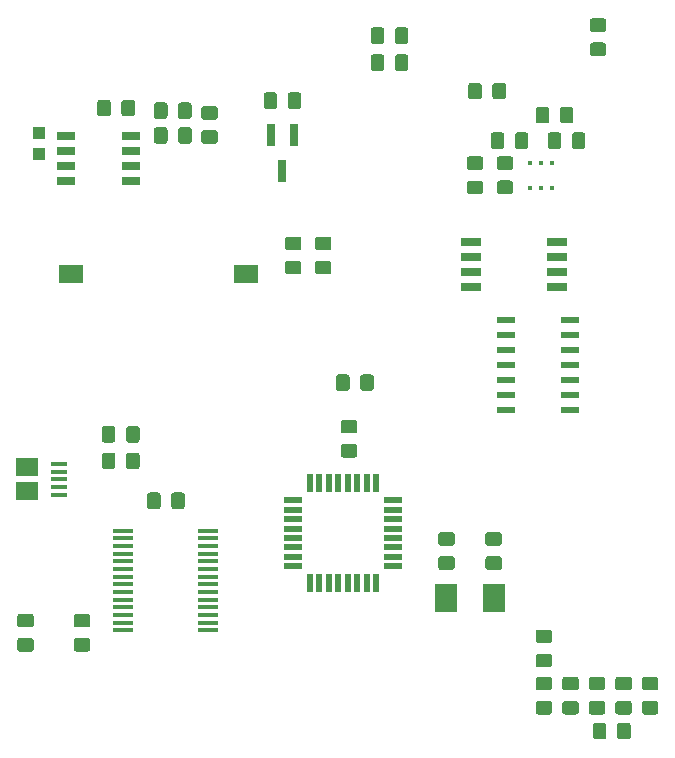
<source format=gtp>
G04 #@! TF.GenerationSoftware,KiCad,Pcbnew,(5.1.5)-3*
G04 #@! TF.CreationDate,2020-10-20T09:52:33-06:00*
G04 #@! TF.ProjectId,ComputationalPrototype,436f6d70-7574-4617-9469-6f6e616c5072,rev?*
G04 #@! TF.SameCoordinates,Original*
G04 #@! TF.FileFunction,Paste,Top*
G04 #@! TF.FilePolarity,Positive*
%FSLAX46Y46*%
G04 Gerber Fmt 4.6, Leading zero omitted, Abs format (unit mm)*
G04 Created by KiCad (PCBNEW (5.1.5)-3) date 2020-10-20 09:52:33*
%MOMM*%
%LPD*%
G04 APERTURE LIST*
%ADD10R,2.000000X1.500000*%
%ADD11R,1.550000X0.700000*%
%ADD12C,0.100000*%
%ADD13R,0.300000X0.400000*%
%ADD14R,1.500000X0.600000*%
%ADD15R,1.900000X1.500000*%
%ADD16R,1.350000X0.400000*%
%ADD17R,0.800000X1.900000*%
%ADD18R,1.600000X0.550000*%
%ADD19R,0.550000X1.600000*%
%ADD20R,1.750000X0.450000*%
%ADD21R,1.700000X0.650000*%
%ADD22R,1.900000X2.400000*%
%ADD23R,1.100000X1.050000*%
G04 APERTURE END LIST*
D10*
X134527000Y-84836000D03*
X119727000Y-84836000D03*
D11*
X124772000Y-73152000D03*
X124772000Y-74422000D03*
X124772000Y-75692000D03*
X124772000Y-76962000D03*
X119322000Y-76962000D03*
X119322000Y-75692000D03*
X119322000Y-74422000D03*
X119322000Y-73152000D03*
D12*
G36*
X163045505Y-72834204D02*
G01*
X163069773Y-72837804D01*
X163093572Y-72843765D01*
X163116671Y-72852030D01*
X163138850Y-72862520D01*
X163159893Y-72875132D01*
X163179599Y-72889747D01*
X163197777Y-72906223D01*
X163214253Y-72924401D01*
X163228868Y-72944107D01*
X163241480Y-72965150D01*
X163251970Y-72987329D01*
X163260235Y-73010428D01*
X163266196Y-73034227D01*
X163269796Y-73058495D01*
X163271000Y-73082999D01*
X163271000Y-73983001D01*
X163269796Y-74007505D01*
X163266196Y-74031773D01*
X163260235Y-74055572D01*
X163251970Y-74078671D01*
X163241480Y-74100850D01*
X163228868Y-74121893D01*
X163214253Y-74141599D01*
X163197777Y-74159777D01*
X163179599Y-74176253D01*
X163159893Y-74190868D01*
X163138850Y-74203480D01*
X163116671Y-74213970D01*
X163093572Y-74222235D01*
X163069773Y-74228196D01*
X163045505Y-74231796D01*
X163021001Y-74233000D01*
X162370999Y-74233000D01*
X162346495Y-74231796D01*
X162322227Y-74228196D01*
X162298428Y-74222235D01*
X162275329Y-74213970D01*
X162253150Y-74203480D01*
X162232107Y-74190868D01*
X162212401Y-74176253D01*
X162194223Y-74159777D01*
X162177747Y-74141599D01*
X162163132Y-74121893D01*
X162150520Y-74100850D01*
X162140030Y-74078671D01*
X162131765Y-74055572D01*
X162125804Y-74031773D01*
X162122204Y-74007505D01*
X162121000Y-73983001D01*
X162121000Y-73082999D01*
X162122204Y-73058495D01*
X162125804Y-73034227D01*
X162131765Y-73010428D01*
X162140030Y-72987329D01*
X162150520Y-72965150D01*
X162163132Y-72944107D01*
X162177747Y-72924401D01*
X162194223Y-72906223D01*
X162212401Y-72889747D01*
X162232107Y-72875132D01*
X162253150Y-72862520D01*
X162275329Y-72852030D01*
X162298428Y-72843765D01*
X162322227Y-72837804D01*
X162346495Y-72834204D01*
X162370999Y-72833000D01*
X163021001Y-72833000D01*
X163045505Y-72834204D01*
G37*
G36*
X160995505Y-72834204D02*
G01*
X161019773Y-72837804D01*
X161043572Y-72843765D01*
X161066671Y-72852030D01*
X161088850Y-72862520D01*
X161109893Y-72875132D01*
X161129599Y-72889747D01*
X161147777Y-72906223D01*
X161164253Y-72924401D01*
X161178868Y-72944107D01*
X161191480Y-72965150D01*
X161201970Y-72987329D01*
X161210235Y-73010428D01*
X161216196Y-73034227D01*
X161219796Y-73058495D01*
X161221000Y-73082999D01*
X161221000Y-73983001D01*
X161219796Y-74007505D01*
X161216196Y-74031773D01*
X161210235Y-74055572D01*
X161201970Y-74078671D01*
X161191480Y-74100850D01*
X161178868Y-74121893D01*
X161164253Y-74141599D01*
X161147777Y-74159777D01*
X161129599Y-74176253D01*
X161109893Y-74190868D01*
X161088850Y-74203480D01*
X161066671Y-74213970D01*
X161043572Y-74222235D01*
X161019773Y-74228196D01*
X160995505Y-74231796D01*
X160971001Y-74233000D01*
X160320999Y-74233000D01*
X160296495Y-74231796D01*
X160272227Y-74228196D01*
X160248428Y-74222235D01*
X160225329Y-74213970D01*
X160203150Y-74203480D01*
X160182107Y-74190868D01*
X160162401Y-74176253D01*
X160144223Y-74159777D01*
X160127747Y-74141599D01*
X160113132Y-74121893D01*
X160100520Y-74100850D01*
X160090030Y-74078671D01*
X160081765Y-74055572D01*
X160075804Y-74031773D01*
X160072204Y-74007505D01*
X160071000Y-73983001D01*
X160071000Y-73082999D01*
X160072204Y-73058495D01*
X160075804Y-73034227D01*
X160081765Y-73010428D01*
X160090030Y-72987329D01*
X160100520Y-72965150D01*
X160113132Y-72944107D01*
X160127747Y-72924401D01*
X160144223Y-72906223D01*
X160162401Y-72889747D01*
X160182107Y-72875132D01*
X160203150Y-72862520D01*
X160225329Y-72852030D01*
X160248428Y-72843765D01*
X160272227Y-72837804D01*
X160296495Y-72834204D01*
X160320999Y-72833000D01*
X160971001Y-72833000D01*
X160995505Y-72834204D01*
G37*
G36*
X162029505Y-70675204D02*
G01*
X162053773Y-70678804D01*
X162077572Y-70684765D01*
X162100671Y-70693030D01*
X162122850Y-70703520D01*
X162143893Y-70716132D01*
X162163599Y-70730747D01*
X162181777Y-70747223D01*
X162198253Y-70765401D01*
X162212868Y-70785107D01*
X162225480Y-70806150D01*
X162235970Y-70828329D01*
X162244235Y-70851428D01*
X162250196Y-70875227D01*
X162253796Y-70899495D01*
X162255000Y-70923999D01*
X162255000Y-71824001D01*
X162253796Y-71848505D01*
X162250196Y-71872773D01*
X162244235Y-71896572D01*
X162235970Y-71919671D01*
X162225480Y-71941850D01*
X162212868Y-71962893D01*
X162198253Y-71982599D01*
X162181777Y-72000777D01*
X162163599Y-72017253D01*
X162143893Y-72031868D01*
X162122850Y-72044480D01*
X162100671Y-72054970D01*
X162077572Y-72063235D01*
X162053773Y-72069196D01*
X162029505Y-72072796D01*
X162005001Y-72074000D01*
X161354999Y-72074000D01*
X161330495Y-72072796D01*
X161306227Y-72069196D01*
X161282428Y-72063235D01*
X161259329Y-72054970D01*
X161237150Y-72044480D01*
X161216107Y-72031868D01*
X161196401Y-72017253D01*
X161178223Y-72000777D01*
X161161747Y-71982599D01*
X161147132Y-71962893D01*
X161134520Y-71941850D01*
X161124030Y-71919671D01*
X161115765Y-71896572D01*
X161109804Y-71872773D01*
X161106204Y-71848505D01*
X161105000Y-71824001D01*
X161105000Y-70923999D01*
X161106204Y-70899495D01*
X161109804Y-70875227D01*
X161115765Y-70851428D01*
X161124030Y-70828329D01*
X161134520Y-70806150D01*
X161147132Y-70785107D01*
X161161747Y-70765401D01*
X161178223Y-70747223D01*
X161196401Y-70730747D01*
X161216107Y-70716132D01*
X161237150Y-70703520D01*
X161259329Y-70693030D01*
X161282428Y-70684765D01*
X161306227Y-70678804D01*
X161330495Y-70675204D01*
X161354999Y-70674000D01*
X162005001Y-70674000D01*
X162029505Y-70675204D01*
G37*
G36*
X159979505Y-70675204D02*
G01*
X160003773Y-70678804D01*
X160027572Y-70684765D01*
X160050671Y-70693030D01*
X160072850Y-70703520D01*
X160093893Y-70716132D01*
X160113599Y-70730747D01*
X160131777Y-70747223D01*
X160148253Y-70765401D01*
X160162868Y-70785107D01*
X160175480Y-70806150D01*
X160185970Y-70828329D01*
X160194235Y-70851428D01*
X160200196Y-70875227D01*
X160203796Y-70899495D01*
X160205000Y-70923999D01*
X160205000Y-71824001D01*
X160203796Y-71848505D01*
X160200196Y-71872773D01*
X160194235Y-71896572D01*
X160185970Y-71919671D01*
X160175480Y-71941850D01*
X160162868Y-71962893D01*
X160148253Y-71982599D01*
X160131777Y-72000777D01*
X160113599Y-72017253D01*
X160093893Y-72031868D01*
X160072850Y-72044480D01*
X160050671Y-72054970D01*
X160027572Y-72063235D01*
X160003773Y-72069196D01*
X159979505Y-72072796D01*
X159955001Y-72074000D01*
X159304999Y-72074000D01*
X159280495Y-72072796D01*
X159256227Y-72069196D01*
X159232428Y-72063235D01*
X159209329Y-72054970D01*
X159187150Y-72044480D01*
X159166107Y-72031868D01*
X159146401Y-72017253D01*
X159128223Y-72000777D01*
X159111747Y-71982599D01*
X159097132Y-71962893D01*
X159084520Y-71941850D01*
X159074030Y-71919671D01*
X159065765Y-71896572D01*
X159059804Y-71872773D01*
X159056204Y-71848505D01*
X159055000Y-71824001D01*
X159055000Y-70923999D01*
X159056204Y-70899495D01*
X159059804Y-70875227D01*
X159065765Y-70851428D01*
X159074030Y-70828329D01*
X159084520Y-70806150D01*
X159097132Y-70785107D01*
X159111747Y-70765401D01*
X159128223Y-70747223D01*
X159146401Y-70730747D01*
X159166107Y-70716132D01*
X159187150Y-70703520D01*
X159209329Y-70693030D01*
X159232428Y-70684765D01*
X159256227Y-70678804D01*
X159280495Y-70675204D01*
X159304999Y-70674000D01*
X159955001Y-70674000D01*
X159979505Y-70675204D01*
G37*
G36*
X154398505Y-74864204D02*
G01*
X154422773Y-74867804D01*
X154446572Y-74873765D01*
X154469671Y-74882030D01*
X154491850Y-74892520D01*
X154512893Y-74905132D01*
X154532599Y-74919747D01*
X154550777Y-74936223D01*
X154567253Y-74954401D01*
X154581868Y-74974107D01*
X154594480Y-74995150D01*
X154604970Y-75017329D01*
X154613235Y-75040428D01*
X154619196Y-75064227D01*
X154622796Y-75088495D01*
X154624000Y-75112999D01*
X154624000Y-75763001D01*
X154622796Y-75787505D01*
X154619196Y-75811773D01*
X154613235Y-75835572D01*
X154604970Y-75858671D01*
X154594480Y-75880850D01*
X154581868Y-75901893D01*
X154567253Y-75921599D01*
X154550777Y-75939777D01*
X154532599Y-75956253D01*
X154512893Y-75970868D01*
X154491850Y-75983480D01*
X154469671Y-75993970D01*
X154446572Y-76002235D01*
X154422773Y-76008196D01*
X154398505Y-76011796D01*
X154374001Y-76013000D01*
X153473999Y-76013000D01*
X153449495Y-76011796D01*
X153425227Y-76008196D01*
X153401428Y-76002235D01*
X153378329Y-75993970D01*
X153356150Y-75983480D01*
X153335107Y-75970868D01*
X153315401Y-75956253D01*
X153297223Y-75939777D01*
X153280747Y-75921599D01*
X153266132Y-75901893D01*
X153253520Y-75880850D01*
X153243030Y-75858671D01*
X153234765Y-75835572D01*
X153228804Y-75811773D01*
X153225204Y-75787505D01*
X153224000Y-75763001D01*
X153224000Y-75112999D01*
X153225204Y-75088495D01*
X153228804Y-75064227D01*
X153234765Y-75040428D01*
X153243030Y-75017329D01*
X153253520Y-74995150D01*
X153266132Y-74974107D01*
X153280747Y-74954401D01*
X153297223Y-74936223D01*
X153315401Y-74919747D01*
X153335107Y-74905132D01*
X153356150Y-74892520D01*
X153378329Y-74882030D01*
X153401428Y-74873765D01*
X153425227Y-74867804D01*
X153449495Y-74864204D01*
X153473999Y-74863000D01*
X154374001Y-74863000D01*
X154398505Y-74864204D01*
G37*
G36*
X154398505Y-76914204D02*
G01*
X154422773Y-76917804D01*
X154446572Y-76923765D01*
X154469671Y-76932030D01*
X154491850Y-76942520D01*
X154512893Y-76955132D01*
X154532599Y-76969747D01*
X154550777Y-76986223D01*
X154567253Y-77004401D01*
X154581868Y-77024107D01*
X154594480Y-77045150D01*
X154604970Y-77067329D01*
X154613235Y-77090428D01*
X154619196Y-77114227D01*
X154622796Y-77138495D01*
X154624000Y-77162999D01*
X154624000Y-77813001D01*
X154622796Y-77837505D01*
X154619196Y-77861773D01*
X154613235Y-77885572D01*
X154604970Y-77908671D01*
X154594480Y-77930850D01*
X154581868Y-77951893D01*
X154567253Y-77971599D01*
X154550777Y-77989777D01*
X154532599Y-78006253D01*
X154512893Y-78020868D01*
X154491850Y-78033480D01*
X154469671Y-78043970D01*
X154446572Y-78052235D01*
X154422773Y-78058196D01*
X154398505Y-78061796D01*
X154374001Y-78063000D01*
X153473999Y-78063000D01*
X153449495Y-78061796D01*
X153425227Y-78058196D01*
X153401428Y-78052235D01*
X153378329Y-78043970D01*
X153356150Y-78033480D01*
X153335107Y-78020868D01*
X153315401Y-78006253D01*
X153297223Y-77989777D01*
X153280747Y-77971599D01*
X153266132Y-77951893D01*
X153253520Y-77930850D01*
X153243030Y-77908671D01*
X153234765Y-77885572D01*
X153228804Y-77861773D01*
X153225204Y-77837505D01*
X153224000Y-77813001D01*
X153224000Y-77162999D01*
X153225204Y-77138495D01*
X153228804Y-77114227D01*
X153234765Y-77090428D01*
X153243030Y-77067329D01*
X153253520Y-77045150D01*
X153266132Y-77024107D01*
X153280747Y-77004401D01*
X153297223Y-76986223D01*
X153315401Y-76969747D01*
X153335107Y-76955132D01*
X153356150Y-76942520D01*
X153378329Y-76932030D01*
X153401428Y-76923765D01*
X153425227Y-76917804D01*
X153449495Y-76914204D01*
X153473999Y-76913000D01*
X154374001Y-76913000D01*
X154398505Y-76914204D01*
G37*
G36*
X156938505Y-76905204D02*
G01*
X156962773Y-76908804D01*
X156986572Y-76914765D01*
X157009671Y-76923030D01*
X157031850Y-76933520D01*
X157052893Y-76946132D01*
X157072599Y-76960747D01*
X157090777Y-76977223D01*
X157107253Y-76995401D01*
X157121868Y-77015107D01*
X157134480Y-77036150D01*
X157144970Y-77058329D01*
X157153235Y-77081428D01*
X157159196Y-77105227D01*
X157162796Y-77129495D01*
X157164000Y-77153999D01*
X157164000Y-77804001D01*
X157162796Y-77828505D01*
X157159196Y-77852773D01*
X157153235Y-77876572D01*
X157144970Y-77899671D01*
X157134480Y-77921850D01*
X157121868Y-77942893D01*
X157107253Y-77962599D01*
X157090777Y-77980777D01*
X157072599Y-77997253D01*
X157052893Y-78011868D01*
X157031850Y-78024480D01*
X157009671Y-78034970D01*
X156986572Y-78043235D01*
X156962773Y-78049196D01*
X156938505Y-78052796D01*
X156914001Y-78054000D01*
X156013999Y-78054000D01*
X155989495Y-78052796D01*
X155965227Y-78049196D01*
X155941428Y-78043235D01*
X155918329Y-78034970D01*
X155896150Y-78024480D01*
X155875107Y-78011868D01*
X155855401Y-77997253D01*
X155837223Y-77980777D01*
X155820747Y-77962599D01*
X155806132Y-77942893D01*
X155793520Y-77921850D01*
X155783030Y-77899671D01*
X155774765Y-77876572D01*
X155768804Y-77852773D01*
X155765204Y-77828505D01*
X155764000Y-77804001D01*
X155764000Y-77153999D01*
X155765204Y-77129495D01*
X155768804Y-77105227D01*
X155774765Y-77081428D01*
X155783030Y-77058329D01*
X155793520Y-77036150D01*
X155806132Y-77015107D01*
X155820747Y-76995401D01*
X155837223Y-76977223D01*
X155855401Y-76960747D01*
X155875107Y-76946132D01*
X155896150Y-76933520D01*
X155918329Y-76923030D01*
X155941428Y-76914765D01*
X155965227Y-76908804D01*
X155989495Y-76905204D01*
X156013999Y-76904000D01*
X156914001Y-76904000D01*
X156938505Y-76905204D01*
G37*
G36*
X156938505Y-74855204D02*
G01*
X156962773Y-74858804D01*
X156986572Y-74864765D01*
X157009671Y-74873030D01*
X157031850Y-74883520D01*
X157052893Y-74896132D01*
X157072599Y-74910747D01*
X157090777Y-74927223D01*
X157107253Y-74945401D01*
X157121868Y-74965107D01*
X157134480Y-74986150D01*
X157144970Y-75008329D01*
X157153235Y-75031428D01*
X157159196Y-75055227D01*
X157162796Y-75079495D01*
X157164000Y-75103999D01*
X157164000Y-75754001D01*
X157162796Y-75778505D01*
X157159196Y-75802773D01*
X157153235Y-75826572D01*
X157144970Y-75849671D01*
X157134480Y-75871850D01*
X157121868Y-75892893D01*
X157107253Y-75912599D01*
X157090777Y-75930777D01*
X157072599Y-75947253D01*
X157052893Y-75961868D01*
X157031850Y-75974480D01*
X157009671Y-75984970D01*
X156986572Y-75993235D01*
X156962773Y-75999196D01*
X156938505Y-76002796D01*
X156914001Y-76004000D01*
X156013999Y-76004000D01*
X155989495Y-76002796D01*
X155965227Y-75999196D01*
X155941428Y-75993235D01*
X155918329Y-75984970D01*
X155896150Y-75974480D01*
X155875107Y-75961868D01*
X155855401Y-75947253D01*
X155837223Y-75930777D01*
X155820747Y-75912599D01*
X155806132Y-75892893D01*
X155793520Y-75871850D01*
X155783030Y-75849671D01*
X155774765Y-75826572D01*
X155768804Y-75802773D01*
X155765204Y-75778505D01*
X155764000Y-75754001D01*
X155764000Y-75103999D01*
X155765204Y-75079495D01*
X155768804Y-75055227D01*
X155774765Y-75031428D01*
X155783030Y-75008329D01*
X155793520Y-74986150D01*
X155806132Y-74965107D01*
X155820747Y-74945401D01*
X155837223Y-74927223D01*
X155855401Y-74910747D01*
X155875107Y-74896132D01*
X155896150Y-74883520D01*
X155918329Y-74873030D01*
X155941428Y-74864765D01*
X155965227Y-74858804D01*
X155989495Y-74855204D01*
X156013999Y-74854000D01*
X156914001Y-74854000D01*
X156938505Y-74855204D01*
G37*
G36*
X158219505Y-72834204D02*
G01*
X158243773Y-72837804D01*
X158267572Y-72843765D01*
X158290671Y-72852030D01*
X158312850Y-72862520D01*
X158333893Y-72875132D01*
X158353599Y-72889747D01*
X158371777Y-72906223D01*
X158388253Y-72924401D01*
X158402868Y-72944107D01*
X158415480Y-72965150D01*
X158425970Y-72987329D01*
X158434235Y-73010428D01*
X158440196Y-73034227D01*
X158443796Y-73058495D01*
X158445000Y-73082999D01*
X158445000Y-73983001D01*
X158443796Y-74007505D01*
X158440196Y-74031773D01*
X158434235Y-74055572D01*
X158425970Y-74078671D01*
X158415480Y-74100850D01*
X158402868Y-74121893D01*
X158388253Y-74141599D01*
X158371777Y-74159777D01*
X158353599Y-74176253D01*
X158333893Y-74190868D01*
X158312850Y-74203480D01*
X158290671Y-74213970D01*
X158267572Y-74222235D01*
X158243773Y-74228196D01*
X158219505Y-74231796D01*
X158195001Y-74233000D01*
X157544999Y-74233000D01*
X157520495Y-74231796D01*
X157496227Y-74228196D01*
X157472428Y-74222235D01*
X157449329Y-74213970D01*
X157427150Y-74203480D01*
X157406107Y-74190868D01*
X157386401Y-74176253D01*
X157368223Y-74159777D01*
X157351747Y-74141599D01*
X157337132Y-74121893D01*
X157324520Y-74100850D01*
X157314030Y-74078671D01*
X157305765Y-74055572D01*
X157299804Y-74031773D01*
X157296204Y-74007505D01*
X157295000Y-73983001D01*
X157295000Y-73082999D01*
X157296204Y-73058495D01*
X157299804Y-73034227D01*
X157305765Y-73010428D01*
X157314030Y-72987329D01*
X157324520Y-72965150D01*
X157337132Y-72944107D01*
X157351747Y-72924401D01*
X157368223Y-72906223D01*
X157386401Y-72889747D01*
X157406107Y-72875132D01*
X157427150Y-72862520D01*
X157449329Y-72852030D01*
X157472428Y-72843765D01*
X157496227Y-72837804D01*
X157520495Y-72834204D01*
X157544999Y-72833000D01*
X158195001Y-72833000D01*
X158219505Y-72834204D01*
G37*
G36*
X156169505Y-72834204D02*
G01*
X156193773Y-72837804D01*
X156217572Y-72843765D01*
X156240671Y-72852030D01*
X156262850Y-72862520D01*
X156283893Y-72875132D01*
X156303599Y-72889747D01*
X156321777Y-72906223D01*
X156338253Y-72924401D01*
X156352868Y-72944107D01*
X156365480Y-72965150D01*
X156375970Y-72987329D01*
X156384235Y-73010428D01*
X156390196Y-73034227D01*
X156393796Y-73058495D01*
X156395000Y-73082999D01*
X156395000Y-73983001D01*
X156393796Y-74007505D01*
X156390196Y-74031773D01*
X156384235Y-74055572D01*
X156375970Y-74078671D01*
X156365480Y-74100850D01*
X156352868Y-74121893D01*
X156338253Y-74141599D01*
X156321777Y-74159777D01*
X156303599Y-74176253D01*
X156283893Y-74190868D01*
X156262850Y-74203480D01*
X156240671Y-74213970D01*
X156217572Y-74222235D01*
X156193773Y-74228196D01*
X156169505Y-74231796D01*
X156145001Y-74233000D01*
X155494999Y-74233000D01*
X155470495Y-74231796D01*
X155446227Y-74228196D01*
X155422428Y-74222235D01*
X155399329Y-74213970D01*
X155377150Y-74203480D01*
X155356107Y-74190868D01*
X155336401Y-74176253D01*
X155318223Y-74159777D01*
X155301747Y-74141599D01*
X155287132Y-74121893D01*
X155274520Y-74100850D01*
X155264030Y-74078671D01*
X155255765Y-74055572D01*
X155249804Y-74031773D01*
X155246204Y-74007505D01*
X155245000Y-73983001D01*
X155245000Y-73082999D01*
X155246204Y-73058495D01*
X155249804Y-73034227D01*
X155255765Y-73010428D01*
X155264030Y-72987329D01*
X155274520Y-72965150D01*
X155287132Y-72944107D01*
X155301747Y-72924401D01*
X155318223Y-72906223D01*
X155336401Y-72889747D01*
X155356107Y-72875132D01*
X155377150Y-72862520D01*
X155399329Y-72852030D01*
X155422428Y-72843765D01*
X155446227Y-72837804D01*
X155470495Y-72834204D01*
X155494999Y-72833000D01*
X156145001Y-72833000D01*
X156169505Y-72834204D01*
G37*
D13*
X158562000Y-75404000D03*
X159512000Y-75404000D03*
X160462000Y-75404000D03*
X160462000Y-77504000D03*
X159512000Y-77504000D03*
X158562000Y-77504000D03*
D14*
X161950000Y-96330000D03*
X161950000Y-95060000D03*
X161950000Y-93790000D03*
X161950000Y-92520000D03*
X161950000Y-91250000D03*
X161950000Y-89980000D03*
X161950000Y-88710000D03*
X156550000Y-88710000D03*
X156550000Y-89980000D03*
X156550000Y-91250000D03*
X156550000Y-92520000D03*
X156550000Y-93790000D03*
X156550000Y-95060000D03*
X156550000Y-96330000D03*
D12*
G36*
X166974505Y-120971204D02*
G01*
X166998773Y-120974804D01*
X167022572Y-120980765D01*
X167045671Y-120989030D01*
X167067850Y-120999520D01*
X167088893Y-121012132D01*
X167108599Y-121026747D01*
X167126777Y-121043223D01*
X167143253Y-121061401D01*
X167157868Y-121081107D01*
X167170480Y-121102150D01*
X167180970Y-121124329D01*
X167189235Y-121147428D01*
X167195196Y-121171227D01*
X167198796Y-121195495D01*
X167200000Y-121219999D01*
X167200000Y-121870001D01*
X167198796Y-121894505D01*
X167195196Y-121918773D01*
X167189235Y-121942572D01*
X167180970Y-121965671D01*
X167170480Y-121987850D01*
X167157868Y-122008893D01*
X167143253Y-122028599D01*
X167126777Y-122046777D01*
X167108599Y-122063253D01*
X167088893Y-122077868D01*
X167067850Y-122090480D01*
X167045671Y-122100970D01*
X167022572Y-122109235D01*
X166998773Y-122115196D01*
X166974505Y-122118796D01*
X166950001Y-122120000D01*
X166049999Y-122120000D01*
X166025495Y-122118796D01*
X166001227Y-122115196D01*
X165977428Y-122109235D01*
X165954329Y-122100970D01*
X165932150Y-122090480D01*
X165911107Y-122077868D01*
X165891401Y-122063253D01*
X165873223Y-122046777D01*
X165856747Y-122028599D01*
X165842132Y-122008893D01*
X165829520Y-121987850D01*
X165819030Y-121965671D01*
X165810765Y-121942572D01*
X165804804Y-121918773D01*
X165801204Y-121894505D01*
X165800000Y-121870001D01*
X165800000Y-121219999D01*
X165801204Y-121195495D01*
X165804804Y-121171227D01*
X165810765Y-121147428D01*
X165819030Y-121124329D01*
X165829520Y-121102150D01*
X165842132Y-121081107D01*
X165856747Y-121061401D01*
X165873223Y-121043223D01*
X165891401Y-121026747D01*
X165911107Y-121012132D01*
X165932150Y-120999520D01*
X165954329Y-120989030D01*
X165977428Y-120980765D01*
X166001227Y-120974804D01*
X166025495Y-120971204D01*
X166049999Y-120970000D01*
X166950001Y-120970000D01*
X166974505Y-120971204D01*
G37*
G36*
X166974505Y-118921204D02*
G01*
X166998773Y-118924804D01*
X167022572Y-118930765D01*
X167045671Y-118939030D01*
X167067850Y-118949520D01*
X167088893Y-118962132D01*
X167108599Y-118976747D01*
X167126777Y-118993223D01*
X167143253Y-119011401D01*
X167157868Y-119031107D01*
X167170480Y-119052150D01*
X167180970Y-119074329D01*
X167189235Y-119097428D01*
X167195196Y-119121227D01*
X167198796Y-119145495D01*
X167200000Y-119169999D01*
X167200000Y-119820001D01*
X167198796Y-119844505D01*
X167195196Y-119868773D01*
X167189235Y-119892572D01*
X167180970Y-119915671D01*
X167170480Y-119937850D01*
X167157868Y-119958893D01*
X167143253Y-119978599D01*
X167126777Y-119996777D01*
X167108599Y-120013253D01*
X167088893Y-120027868D01*
X167067850Y-120040480D01*
X167045671Y-120050970D01*
X167022572Y-120059235D01*
X166998773Y-120065196D01*
X166974505Y-120068796D01*
X166950001Y-120070000D01*
X166049999Y-120070000D01*
X166025495Y-120068796D01*
X166001227Y-120065196D01*
X165977428Y-120059235D01*
X165954329Y-120050970D01*
X165932150Y-120040480D01*
X165911107Y-120027868D01*
X165891401Y-120013253D01*
X165873223Y-119996777D01*
X165856747Y-119978599D01*
X165842132Y-119958893D01*
X165829520Y-119937850D01*
X165819030Y-119915671D01*
X165810765Y-119892572D01*
X165804804Y-119868773D01*
X165801204Y-119844505D01*
X165800000Y-119820001D01*
X165800000Y-119169999D01*
X165801204Y-119145495D01*
X165804804Y-119121227D01*
X165810765Y-119097428D01*
X165819030Y-119074329D01*
X165829520Y-119052150D01*
X165842132Y-119031107D01*
X165856747Y-119011401D01*
X165873223Y-118993223D01*
X165891401Y-118976747D01*
X165911107Y-118962132D01*
X165932150Y-118949520D01*
X165954329Y-118939030D01*
X165977428Y-118930765D01*
X166001227Y-118924804D01*
X166025495Y-118921204D01*
X166049999Y-118920000D01*
X166950001Y-118920000D01*
X166974505Y-118921204D01*
G37*
G36*
X169224505Y-120971204D02*
G01*
X169248773Y-120974804D01*
X169272572Y-120980765D01*
X169295671Y-120989030D01*
X169317850Y-120999520D01*
X169338893Y-121012132D01*
X169358599Y-121026747D01*
X169376777Y-121043223D01*
X169393253Y-121061401D01*
X169407868Y-121081107D01*
X169420480Y-121102150D01*
X169430970Y-121124329D01*
X169439235Y-121147428D01*
X169445196Y-121171227D01*
X169448796Y-121195495D01*
X169450000Y-121219999D01*
X169450000Y-121870001D01*
X169448796Y-121894505D01*
X169445196Y-121918773D01*
X169439235Y-121942572D01*
X169430970Y-121965671D01*
X169420480Y-121987850D01*
X169407868Y-122008893D01*
X169393253Y-122028599D01*
X169376777Y-122046777D01*
X169358599Y-122063253D01*
X169338893Y-122077868D01*
X169317850Y-122090480D01*
X169295671Y-122100970D01*
X169272572Y-122109235D01*
X169248773Y-122115196D01*
X169224505Y-122118796D01*
X169200001Y-122120000D01*
X168299999Y-122120000D01*
X168275495Y-122118796D01*
X168251227Y-122115196D01*
X168227428Y-122109235D01*
X168204329Y-122100970D01*
X168182150Y-122090480D01*
X168161107Y-122077868D01*
X168141401Y-122063253D01*
X168123223Y-122046777D01*
X168106747Y-122028599D01*
X168092132Y-122008893D01*
X168079520Y-121987850D01*
X168069030Y-121965671D01*
X168060765Y-121942572D01*
X168054804Y-121918773D01*
X168051204Y-121894505D01*
X168050000Y-121870001D01*
X168050000Y-121219999D01*
X168051204Y-121195495D01*
X168054804Y-121171227D01*
X168060765Y-121147428D01*
X168069030Y-121124329D01*
X168079520Y-121102150D01*
X168092132Y-121081107D01*
X168106747Y-121061401D01*
X168123223Y-121043223D01*
X168141401Y-121026747D01*
X168161107Y-121012132D01*
X168182150Y-120999520D01*
X168204329Y-120989030D01*
X168227428Y-120980765D01*
X168251227Y-120974804D01*
X168275495Y-120971204D01*
X168299999Y-120970000D01*
X169200001Y-120970000D01*
X169224505Y-120971204D01*
G37*
G36*
X169224505Y-118921204D02*
G01*
X169248773Y-118924804D01*
X169272572Y-118930765D01*
X169295671Y-118939030D01*
X169317850Y-118949520D01*
X169338893Y-118962132D01*
X169358599Y-118976747D01*
X169376777Y-118993223D01*
X169393253Y-119011401D01*
X169407868Y-119031107D01*
X169420480Y-119052150D01*
X169430970Y-119074329D01*
X169439235Y-119097428D01*
X169445196Y-119121227D01*
X169448796Y-119145495D01*
X169450000Y-119169999D01*
X169450000Y-119820001D01*
X169448796Y-119844505D01*
X169445196Y-119868773D01*
X169439235Y-119892572D01*
X169430970Y-119915671D01*
X169420480Y-119937850D01*
X169407868Y-119958893D01*
X169393253Y-119978599D01*
X169376777Y-119996777D01*
X169358599Y-120013253D01*
X169338893Y-120027868D01*
X169317850Y-120040480D01*
X169295671Y-120050970D01*
X169272572Y-120059235D01*
X169248773Y-120065196D01*
X169224505Y-120068796D01*
X169200001Y-120070000D01*
X168299999Y-120070000D01*
X168275495Y-120068796D01*
X168251227Y-120065196D01*
X168227428Y-120059235D01*
X168204329Y-120050970D01*
X168182150Y-120040480D01*
X168161107Y-120027868D01*
X168141401Y-120013253D01*
X168123223Y-119996777D01*
X168106747Y-119978599D01*
X168092132Y-119958893D01*
X168079520Y-119937850D01*
X168069030Y-119915671D01*
X168060765Y-119892572D01*
X168054804Y-119868773D01*
X168051204Y-119844505D01*
X168050000Y-119820001D01*
X168050000Y-119169999D01*
X168051204Y-119145495D01*
X168054804Y-119121227D01*
X168060765Y-119097428D01*
X168069030Y-119074329D01*
X168079520Y-119052150D01*
X168092132Y-119031107D01*
X168106747Y-119011401D01*
X168123223Y-118993223D01*
X168141401Y-118976747D01*
X168161107Y-118962132D01*
X168182150Y-118949520D01*
X168204329Y-118939030D01*
X168227428Y-118930765D01*
X168251227Y-118924804D01*
X168275495Y-118921204D01*
X168299999Y-118920000D01*
X169200001Y-118920000D01*
X169224505Y-118921204D01*
G37*
G36*
X146009505Y-63944204D02*
G01*
X146033773Y-63947804D01*
X146057572Y-63953765D01*
X146080671Y-63962030D01*
X146102850Y-63972520D01*
X146123893Y-63985132D01*
X146143599Y-63999747D01*
X146161777Y-64016223D01*
X146178253Y-64034401D01*
X146192868Y-64054107D01*
X146205480Y-64075150D01*
X146215970Y-64097329D01*
X146224235Y-64120428D01*
X146230196Y-64144227D01*
X146233796Y-64168495D01*
X146235000Y-64192999D01*
X146235000Y-65093001D01*
X146233796Y-65117505D01*
X146230196Y-65141773D01*
X146224235Y-65165572D01*
X146215970Y-65188671D01*
X146205480Y-65210850D01*
X146192868Y-65231893D01*
X146178253Y-65251599D01*
X146161777Y-65269777D01*
X146143599Y-65286253D01*
X146123893Y-65300868D01*
X146102850Y-65313480D01*
X146080671Y-65323970D01*
X146057572Y-65332235D01*
X146033773Y-65338196D01*
X146009505Y-65341796D01*
X145985001Y-65343000D01*
X145334999Y-65343000D01*
X145310495Y-65341796D01*
X145286227Y-65338196D01*
X145262428Y-65332235D01*
X145239329Y-65323970D01*
X145217150Y-65313480D01*
X145196107Y-65300868D01*
X145176401Y-65286253D01*
X145158223Y-65269777D01*
X145141747Y-65251599D01*
X145127132Y-65231893D01*
X145114520Y-65210850D01*
X145104030Y-65188671D01*
X145095765Y-65165572D01*
X145089804Y-65141773D01*
X145086204Y-65117505D01*
X145085000Y-65093001D01*
X145085000Y-64192999D01*
X145086204Y-64168495D01*
X145089804Y-64144227D01*
X145095765Y-64120428D01*
X145104030Y-64097329D01*
X145114520Y-64075150D01*
X145127132Y-64054107D01*
X145141747Y-64034401D01*
X145158223Y-64016223D01*
X145176401Y-63999747D01*
X145196107Y-63985132D01*
X145217150Y-63972520D01*
X145239329Y-63962030D01*
X145262428Y-63953765D01*
X145286227Y-63947804D01*
X145310495Y-63944204D01*
X145334999Y-63943000D01*
X145985001Y-63943000D01*
X146009505Y-63944204D01*
G37*
G36*
X148059505Y-63944204D02*
G01*
X148083773Y-63947804D01*
X148107572Y-63953765D01*
X148130671Y-63962030D01*
X148152850Y-63972520D01*
X148173893Y-63985132D01*
X148193599Y-63999747D01*
X148211777Y-64016223D01*
X148228253Y-64034401D01*
X148242868Y-64054107D01*
X148255480Y-64075150D01*
X148265970Y-64097329D01*
X148274235Y-64120428D01*
X148280196Y-64144227D01*
X148283796Y-64168495D01*
X148285000Y-64192999D01*
X148285000Y-65093001D01*
X148283796Y-65117505D01*
X148280196Y-65141773D01*
X148274235Y-65165572D01*
X148265970Y-65188671D01*
X148255480Y-65210850D01*
X148242868Y-65231893D01*
X148228253Y-65251599D01*
X148211777Y-65269777D01*
X148193599Y-65286253D01*
X148173893Y-65300868D01*
X148152850Y-65313480D01*
X148130671Y-65323970D01*
X148107572Y-65332235D01*
X148083773Y-65338196D01*
X148059505Y-65341796D01*
X148035001Y-65343000D01*
X147384999Y-65343000D01*
X147360495Y-65341796D01*
X147336227Y-65338196D01*
X147312428Y-65332235D01*
X147289329Y-65323970D01*
X147267150Y-65313480D01*
X147246107Y-65300868D01*
X147226401Y-65286253D01*
X147208223Y-65269777D01*
X147191747Y-65251599D01*
X147177132Y-65231893D01*
X147164520Y-65210850D01*
X147154030Y-65188671D01*
X147145765Y-65165572D01*
X147139804Y-65141773D01*
X147136204Y-65117505D01*
X147135000Y-65093001D01*
X147135000Y-64192999D01*
X147136204Y-64168495D01*
X147139804Y-64144227D01*
X147145765Y-64120428D01*
X147154030Y-64097329D01*
X147164520Y-64075150D01*
X147177132Y-64054107D01*
X147191747Y-64034401D01*
X147208223Y-64016223D01*
X147226401Y-63999747D01*
X147246107Y-63985132D01*
X147267150Y-63972520D01*
X147289329Y-63962030D01*
X147312428Y-63953765D01*
X147336227Y-63947804D01*
X147360495Y-63944204D01*
X147384999Y-63943000D01*
X148035001Y-63943000D01*
X148059505Y-63944204D01*
G37*
G36*
X136936505Y-69442204D02*
G01*
X136960773Y-69445804D01*
X136984572Y-69451765D01*
X137007671Y-69460030D01*
X137029850Y-69470520D01*
X137050893Y-69483132D01*
X137070599Y-69497747D01*
X137088777Y-69514223D01*
X137105253Y-69532401D01*
X137119868Y-69552107D01*
X137132480Y-69573150D01*
X137142970Y-69595329D01*
X137151235Y-69618428D01*
X137157196Y-69642227D01*
X137160796Y-69666495D01*
X137162000Y-69690999D01*
X137162000Y-70591001D01*
X137160796Y-70615505D01*
X137157196Y-70639773D01*
X137151235Y-70663572D01*
X137142970Y-70686671D01*
X137132480Y-70708850D01*
X137119868Y-70729893D01*
X137105253Y-70749599D01*
X137088777Y-70767777D01*
X137070599Y-70784253D01*
X137050893Y-70798868D01*
X137029850Y-70811480D01*
X137007671Y-70821970D01*
X136984572Y-70830235D01*
X136960773Y-70836196D01*
X136936505Y-70839796D01*
X136912001Y-70841000D01*
X136261999Y-70841000D01*
X136237495Y-70839796D01*
X136213227Y-70836196D01*
X136189428Y-70830235D01*
X136166329Y-70821970D01*
X136144150Y-70811480D01*
X136123107Y-70798868D01*
X136103401Y-70784253D01*
X136085223Y-70767777D01*
X136068747Y-70749599D01*
X136054132Y-70729893D01*
X136041520Y-70708850D01*
X136031030Y-70686671D01*
X136022765Y-70663572D01*
X136016804Y-70639773D01*
X136013204Y-70615505D01*
X136012000Y-70591001D01*
X136012000Y-69690999D01*
X136013204Y-69666495D01*
X136016804Y-69642227D01*
X136022765Y-69618428D01*
X136031030Y-69595329D01*
X136041520Y-69573150D01*
X136054132Y-69552107D01*
X136068747Y-69532401D01*
X136085223Y-69514223D01*
X136103401Y-69497747D01*
X136123107Y-69483132D01*
X136144150Y-69470520D01*
X136166329Y-69460030D01*
X136189428Y-69451765D01*
X136213227Y-69445804D01*
X136237495Y-69442204D01*
X136261999Y-69441000D01*
X136912001Y-69441000D01*
X136936505Y-69442204D01*
G37*
G36*
X138986505Y-69442204D02*
G01*
X139010773Y-69445804D01*
X139034572Y-69451765D01*
X139057671Y-69460030D01*
X139079850Y-69470520D01*
X139100893Y-69483132D01*
X139120599Y-69497747D01*
X139138777Y-69514223D01*
X139155253Y-69532401D01*
X139169868Y-69552107D01*
X139182480Y-69573150D01*
X139192970Y-69595329D01*
X139201235Y-69618428D01*
X139207196Y-69642227D01*
X139210796Y-69666495D01*
X139212000Y-69690999D01*
X139212000Y-70591001D01*
X139210796Y-70615505D01*
X139207196Y-70639773D01*
X139201235Y-70663572D01*
X139192970Y-70686671D01*
X139182480Y-70708850D01*
X139169868Y-70729893D01*
X139155253Y-70749599D01*
X139138777Y-70767777D01*
X139120599Y-70784253D01*
X139100893Y-70798868D01*
X139079850Y-70811480D01*
X139057671Y-70821970D01*
X139034572Y-70830235D01*
X139010773Y-70836196D01*
X138986505Y-70839796D01*
X138962001Y-70841000D01*
X138311999Y-70841000D01*
X138287495Y-70839796D01*
X138263227Y-70836196D01*
X138239428Y-70830235D01*
X138216329Y-70821970D01*
X138194150Y-70811480D01*
X138173107Y-70798868D01*
X138153401Y-70784253D01*
X138135223Y-70767777D01*
X138118747Y-70749599D01*
X138104132Y-70729893D01*
X138091520Y-70708850D01*
X138081030Y-70686671D01*
X138072765Y-70663572D01*
X138066804Y-70639773D01*
X138063204Y-70615505D01*
X138062000Y-70591001D01*
X138062000Y-69690999D01*
X138063204Y-69666495D01*
X138066804Y-69642227D01*
X138072765Y-69618428D01*
X138081030Y-69595329D01*
X138091520Y-69573150D01*
X138104132Y-69552107D01*
X138118747Y-69532401D01*
X138135223Y-69514223D01*
X138153401Y-69497747D01*
X138173107Y-69483132D01*
X138194150Y-69470520D01*
X138216329Y-69460030D01*
X138239428Y-69451765D01*
X138263227Y-69445804D01*
X138287495Y-69442204D01*
X138311999Y-69441000D01*
X138962001Y-69441000D01*
X138986505Y-69442204D01*
G37*
G36*
X143724505Y-99221204D02*
G01*
X143748773Y-99224804D01*
X143772572Y-99230765D01*
X143795671Y-99239030D01*
X143817850Y-99249520D01*
X143838893Y-99262132D01*
X143858599Y-99276747D01*
X143876777Y-99293223D01*
X143893253Y-99311401D01*
X143907868Y-99331107D01*
X143920480Y-99352150D01*
X143930970Y-99374329D01*
X143939235Y-99397428D01*
X143945196Y-99421227D01*
X143948796Y-99445495D01*
X143950000Y-99469999D01*
X143950000Y-100120001D01*
X143948796Y-100144505D01*
X143945196Y-100168773D01*
X143939235Y-100192572D01*
X143930970Y-100215671D01*
X143920480Y-100237850D01*
X143907868Y-100258893D01*
X143893253Y-100278599D01*
X143876777Y-100296777D01*
X143858599Y-100313253D01*
X143838893Y-100327868D01*
X143817850Y-100340480D01*
X143795671Y-100350970D01*
X143772572Y-100359235D01*
X143748773Y-100365196D01*
X143724505Y-100368796D01*
X143700001Y-100370000D01*
X142799999Y-100370000D01*
X142775495Y-100368796D01*
X142751227Y-100365196D01*
X142727428Y-100359235D01*
X142704329Y-100350970D01*
X142682150Y-100340480D01*
X142661107Y-100327868D01*
X142641401Y-100313253D01*
X142623223Y-100296777D01*
X142606747Y-100278599D01*
X142592132Y-100258893D01*
X142579520Y-100237850D01*
X142569030Y-100215671D01*
X142560765Y-100192572D01*
X142554804Y-100168773D01*
X142551204Y-100144505D01*
X142550000Y-100120001D01*
X142550000Y-99469999D01*
X142551204Y-99445495D01*
X142554804Y-99421227D01*
X142560765Y-99397428D01*
X142569030Y-99374329D01*
X142579520Y-99352150D01*
X142592132Y-99331107D01*
X142606747Y-99311401D01*
X142623223Y-99293223D01*
X142641401Y-99276747D01*
X142661107Y-99262132D01*
X142682150Y-99249520D01*
X142704329Y-99239030D01*
X142727428Y-99230765D01*
X142751227Y-99224804D01*
X142775495Y-99221204D01*
X142799999Y-99220000D01*
X143700001Y-99220000D01*
X143724505Y-99221204D01*
G37*
G36*
X143724505Y-97171204D02*
G01*
X143748773Y-97174804D01*
X143772572Y-97180765D01*
X143795671Y-97189030D01*
X143817850Y-97199520D01*
X143838893Y-97212132D01*
X143858599Y-97226747D01*
X143876777Y-97243223D01*
X143893253Y-97261401D01*
X143907868Y-97281107D01*
X143920480Y-97302150D01*
X143930970Y-97324329D01*
X143939235Y-97347428D01*
X143945196Y-97371227D01*
X143948796Y-97395495D01*
X143950000Y-97419999D01*
X143950000Y-98070001D01*
X143948796Y-98094505D01*
X143945196Y-98118773D01*
X143939235Y-98142572D01*
X143930970Y-98165671D01*
X143920480Y-98187850D01*
X143907868Y-98208893D01*
X143893253Y-98228599D01*
X143876777Y-98246777D01*
X143858599Y-98263253D01*
X143838893Y-98277868D01*
X143817850Y-98290480D01*
X143795671Y-98300970D01*
X143772572Y-98309235D01*
X143748773Y-98315196D01*
X143724505Y-98318796D01*
X143700001Y-98320000D01*
X142799999Y-98320000D01*
X142775495Y-98318796D01*
X142751227Y-98315196D01*
X142727428Y-98309235D01*
X142704329Y-98300970D01*
X142682150Y-98290480D01*
X142661107Y-98277868D01*
X142641401Y-98263253D01*
X142623223Y-98246777D01*
X142606747Y-98228599D01*
X142592132Y-98208893D01*
X142579520Y-98187850D01*
X142569030Y-98165671D01*
X142560765Y-98142572D01*
X142554804Y-98118773D01*
X142551204Y-98094505D01*
X142550000Y-98070001D01*
X142550000Y-97419999D01*
X142551204Y-97395495D01*
X142554804Y-97371227D01*
X142560765Y-97347428D01*
X142569030Y-97324329D01*
X142579520Y-97302150D01*
X142592132Y-97281107D01*
X142606747Y-97261401D01*
X142623223Y-97243223D01*
X142641401Y-97226747D01*
X142661107Y-97212132D01*
X142682150Y-97199520D01*
X142704329Y-97189030D01*
X142727428Y-97180765D01*
X142751227Y-97174804D01*
X142775495Y-97171204D01*
X142799999Y-97170000D01*
X143700001Y-97170000D01*
X143724505Y-97171204D01*
G37*
G36*
X155974505Y-106671204D02*
G01*
X155998773Y-106674804D01*
X156022572Y-106680765D01*
X156045671Y-106689030D01*
X156067850Y-106699520D01*
X156088893Y-106712132D01*
X156108599Y-106726747D01*
X156126777Y-106743223D01*
X156143253Y-106761401D01*
X156157868Y-106781107D01*
X156170480Y-106802150D01*
X156180970Y-106824329D01*
X156189235Y-106847428D01*
X156195196Y-106871227D01*
X156198796Y-106895495D01*
X156200000Y-106919999D01*
X156200000Y-107570001D01*
X156198796Y-107594505D01*
X156195196Y-107618773D01*
X156189235Y-107642572D01*
X156180970Y-107665671D01*
X156170480Y-107687850D01*
X156157868Y-107708893D01*
X156143253Y-107728599D01*
X156126777Y-107746777D01*
X156108599Y-107763253D01*
X156088893Y-107777868D01*
X156067850Y-107790480D01*
X156045671Y-107800970D01*
X156022572Y-107809235D01*
X155998773Y-107815196D01*
X155974505Y-107818796D01*
X155950001Y-107820000D01*
X155049999Y-107820000D01*
X155025495Y-107818796D01*
X155001227Y-107815196D01*
X154977428Y-107809235D01*
X154954329Y-107800970D01*
X154932150Y-107790480D01*
X154911107Y-107777868D01*
X154891401Y-107763253D01*
X154873223Y-107746777D01*
X154856747Y-107728599D01*
X154842132Y-107708893D01*
X154829520Y-107687850D01*
X154819030Y-107665671D01*
X154810765Y-107642572D01*
X154804804Y-107618773D01*
X154801204Y-107594505D01*
X154800000Y-107570001D01*
X154800000Y-106919999D01*
X154801204Y-106895495D01*
X154804804Y-106871227D01*
X154810765Y-106847428D01*
X154819030Y-106824329D01*
X154829520Y-106802150D01*
X154842132Y-106781107D01*
X154856747Y-106761401D01*
X154873223Y-106743223D01*
X154891401Y-106726747D01*
X154911107Y-106712132D01*
X154932150Y-106699520D01*
X154954329Y-106689030D01*
X154977428Y-106680765D01*
X155001227Y-106674804D01*
X155025495Y-106671204D01*
X155049999Y-106670000D01*
X155950001Y-106670000D01*
X155974505Y-106671204D01*
G37*
G36*
X155974505Y-108721204D02*
G01*
X155998773Y-108724804D01*
X156022572Y-108730765D01*
X156045671Y-108739030D01*
X156067850Y-108749520D01*
X156088893Y-108762132D01*
X156108599Y-108776747D01*
X156126777Y-108793223D01*
X156143253Y-108811401D01*
X156157868Y-108831107D01*
X156170480Y-108852150D01*
X156180970Y-108874329D01*
X156189235Y-108897428D01*
X156195196Y-108921227D01*
X156198796Y-108945495D01*
X156200000Y-108969999D01*
X156200000Y-109620001D01*
X156198796Y-109644505D01*
X156195196Y-109668773D01*
X156189235Y-109692572D01*
X156180970Y-109715671D01*
X156170480Y-109737850D01*
X156157868Y-109758893D01*
X156143253Y-109778599D01*
X156126777Y-109796777D01*
X156108599Y-109813253D01*
X156088893Y-109827868D01*
X156067850Y-109840480D01*
X156045671Y-109850970D01*
X156022572Y-109859235D01*
X155998773Y-109865196D01*
X155974505Y-109868796D01*
X155950001Y-109870000D01*
X155049999Y-109870000D01*
X155025495Y-109868796D01*
X155001227Y-109865196D01*
X154977428Y-109859235D01*
X154954329Y-109850970D01*
X154932150Y-109840480D01*
X154911107Y-109827868D01*
X154891401Y-109813253D01*
X154873223Y-109796777D01*
X154856747Y-109778599D01*
X154842132Y-109758893D01*
X154829520Y-109737850D01*
X154819030Y-109715671D01*
X154810765Y-109692572D01*
X154804804Y-109668773D01*
X154801204Y-109644505D01*
X154800000Y-109620001D01*
X154800000Y-108969999D01*
X154801204Y-108945495D01*
X154804804Y-108921227D01*
X154810765Y-108897428D01*
X154819030Y-108874329D01*
X154829520Y-108852150D01*
X154842132Y-108831107D01*
X154856747Y-108811401D01*
X154873223Y-108793223D01*
X154891401Y-108776747D01*
X154911107Y-108762132D01*
X154932150Y-108749520D01*
X154954329Y-108739030D01*
X154977428Y-108730765D01*
X155001227Y-108724804D01*
X155025495Y-108721204D01*
X155049999Y-108720000D01*
X155950001Y-108720000D01*
X155974505Y-108721204D01*
G37*
G36*
X151974505Y-108721204D02*
G01*
X151998773Y-108724804D01*
X152022572Y-108730765D01*
X152045671Y-108739030D01*
X152067850Y-108749520D01*
X152088893Y-108762132D01*
X152108599Y-108776747D01*
X152126777Y-108793223D01*
X152143253Y-108811401D01*
X152157868Y-108831107D01*
X152170480Y-108852150D01*
X152180970Y-108874329D01*
X152189235Y-108897428D01*
X152195196Y-108921227D01*
X152198796Y-108945495D01*
X152200000Y-108969999D01*
X152200000Y-109620001D01*
X152198796Y-109644505D01*
X152195196Y-109668773D01*
X152189235Y-109692572D01*
X152180970Y-109715671D01*
X152170480Y-109737850D01*
X152157868Y-109758893D01*
X152143253Y-109778599D01*
X152126777Y-109796777D01*
X152108599Y-109813253D01*
X152088893Y-109827868D01*
X152067850Y-109840480D01*
X152045671Y-109850970D01*
X152022572Y-109859235D01*
X151998773Y-109865196D01*
X151974505Y-109868796D01*
X151950001Y-109870000D01*
X151049999Y-109870000D01*
X151025495Y-109868796D01*
X151001227Y-109865196D01*
X150977428Y-109859235D01*
X150954329Y-109850970D01*
X150932150Y-109840480D01*
X150911107Y-109827868D01*
X150891401Y-109813253D01*
X150873223Y-109796777D01*
X150856747Y-109778599D01*
X150842132Y-109758893D01*
X150829520Y-109737850D01*
X150819030Y-109715671D01*
X150810765Y-109692572D01*
X150804804Y-109668773D01*
X150801204Y-109644505D01*
X150800000Y-109620001D01*
X150800000Y-108969999D01*
X150801204Y-108945495D01*
X150804804Y-108921227D01*
X150810765Y-108897428D01*
X150819030Y-108874329D01*
X150829520Y-108852150D01*
X150842132Y-108831107D01*
X150856747Y-108811401D01*
X150873223Y-108793223D01*
X150891401Y-108776747D01*
X150911107Y-108762132D01*
X150932150Y-108749520D01*
X150954329Y-108739030D01*
X150977428Y-108730765D01*
X151001227Y-108724804D01*
X151025495Y-108721204D01*
X151049999Y-108720000D01*
X151950001Y-108720000D01*
X151974505Y-108721204D01*
G37*
G36*
X151974505Y-106671204D02*
G01*
X151998773Y-106674804D01*
X152022572Y-106680765D01*
X152045671Y-106689030D01*
X152067850Y-106699520D01*
X152088893Y-106712132D01*
X152108599Y-106726747D01*
X152126777Y-106743223D01*
X152143253Y-106761401D01*
X152157868Y-106781107D01*
X152170480Y-106802150D01*
X152180970Y-106824329D01*
X152189235Y-106847428D01*
X152195196Y-106871227D01*
X152198796Y-106895495D01*
X152200000Y-106919999D01*
X152200000Y-107570001D01*
X152198796Y-107594505D01*
X152195196Y-107618773D01*
X152189235Y-107642572D01*
X152180970Y-107665671D01*
X152170480Y-107687850D01*
X152157868Y-107708893D01*
X152143253Y-107728599D01*
X152126777Y-107746777D01*
X152108599Y-107763253D01*
X152088893Y-107777868D01*
X152067850Y-107790480D01*
X152045671Y-107800970D01*
X152022572Y-107809235D01*
X151998773Y-107815196D01*
X151974505Y-107818796D01*
X151950001Y-107820000D01*
X151049999Y-107820000D01*
X151025495Y-107818796D01*
X151001227Y-107815196D01*
X150977428Y-107809235D01*
X150954329Y-107800970D01*
X150932150Y-107790480D01*
X150911107Y-107777868D01*
X150891401Y-107763253D01*
X150873223Y-107746777D01*
X150856747Y-107728599D01*
X150842132Y-107708893D01*
X150829520Y-107687850D01*
X150819030Y-107665671D01*
X150810765Y-107642572D01*
X150804804Y-107618773D01*
X150801204Y-107594505D01*
X150800000Y-107570001D01*
X150800000Y-106919999D01*
X150801204Y-106895495D01*
X150804804Y-106871227D01*
X150810765Y-106847428D01*
X150819030Y-106824329D01*
X150829520Y-106802150D01*
X150842132Y-106781107D01*
X150856747Y-106761401D01*
X150873223Y-106743223D01*
X150891401Y-106726747D01*
X150911107Y-106712132D01*
X150932150Y-106699520D01*
X150954329Y-106689030D01*
X150977428Y-106680765D01*
X151001227Y-106674804D01*
X151025495Y-106671204D01*
X151049999Y-106670000D01*
X151950001Y-106670000D01*
X151974505Y-106671204D01*
G37*
G36*
X160224505Y-114921204D02*
G01*
X160248773Y-114924804D01*
X160272572Y-114930765D01*
X160295671Y-114939030D01*
X160317850Y-114949520D01*
X160338893Y-114962132D01*
X160358599Y-114976747D01*
X160376777Y-114993223D01*
X160393253Y-115011401D01*
X160407868Y-115031107D01*
X160420480Y-115052150D01*
X160430970Y-115074329D01*
X160439235Y-115097428D01*
X160445196Y-115121227D01*
X160448796Y-115145495D01*
X160450000Y-115169999D01*
X160450000Y-115820001D01*
X160448796Y-115844505D01*
X160445196Y-115868773D01*
X160439235Y-115892572D01*
X160430970Y-115915671D01*
X160420480Y-115937850D01*
X160407868Y-115958893D01*
X160393253Y-115978599D01*
X160376777Y-115996777D01*
X160358599Y-116013253D01*
X160338893Y-116027868D01*
X160317850Y-116040480D01*
X160295671Y-116050970D01*
X160272572Y-116059235D01*
X160248773Y-116065196D01*
X160224505Y-116068796D01*
X160200001Y-116070000D01*
X159299999Y-116070000D01*
X159275495Y-116068796D01*
X159251227Y-116065196D01*
X159227428Y-116059235D01*
X159204329Y-116050970D01*
X159182150Y-116040480D01*
X159161107Y-116027868D01*
X159141401Y-116013253D01*
X159123223Y-115996777D01*
X159106747Y-115978599D01*
X159092132Y-115958893D01*
X159079520Y-115937850D01*
X159069030Y-115915671D01*
X159060765Y-115892572D01*
X159054804Y-115868773D01*
X159051204Y-115844505D01*
X159050000Y-115820001D01*
X159050000Y-115169999D01*
X159051204Y-115145495D01*
X159054804Y-115121227D01*
X159060765Y-115097428D01*
X159069030Y-115074329D01*
X159079520Y-115052150D01*
X159092132Y-115031107D01*
X159106747Y-115011401D01*
X159123223Y-114993223D01*
X159141401Y-114976747D01*
X159161107Y-114962132D01*
X159182150Y-114949520D01*
X159204329Y-114939030D01*
X159227428Y-114930765D01*
X159251227Y-114924804D01*
X159275495Y-114921204D01*
X159299999Y-114920000D01*
X160200001Y-114920000D01*
X160224505Y-114921204D01*
G37*
G36*
X160224505Y-116971204D02*
G01*
X160248773Y-116974804D01*
X160272572Y-116980765D01*
X160295671Y-116989030D01*
X160317850Y-116999520D01*
X160338893Y-117012132D01*
X160358599Y-117026747D01*
X160376777Y-117043223D01*
X160393253Y-117061401D01*
X160407868Y-117081107D01*
X160420480Y-117102150D01*
X160430970Y-117124329D01*
X160439235Y-117147428D01*
X160445196Y-117171227D01*
X160448796Y-117195495D01*
X160450000Y-117219999D01*
X160450000Y-117870001D01*
X160448796Y-117894505D01*
X160445196Y-117918773D01*
X160439235Y-117942572D01*
X160430970Y-117965671D01*
X160420480Y-117987850D01*
X160407868Y-118008893D01*
X160393253Y-118028599D01*
X160376777Y-118046777D01*
X160358599Y-118063253D01*
X160338893Y-118077868D01*
X160317850Y-118090480D01*
X160295671Y-118100970D01*
X160272572Y-118109235D01*
X160248773Y-118115196D01*
X160224505Y-118118796D01*
X160200001Y-118120000D01*
X159299999Y-118120000D01*
X159275495Y-118118796D01*
X159251227Y-118115196D01*
X159227428Y-118109235D01*
X159204329Y-118100970D01*
X159182150Y-118090480D01*
X159161107Y-118077868D01*
X159141401Y-118063253D01*
X159123223Y-118046777D01*
X159106747Y-118028599D01*
X159092132Y-118008893D01*
X159079520Y-117987850D01*
X159069030Y-117965671D01*
X159060765Y-117942572D01*
X159054804Y-117918773D01*
X159051204Y-117894505D01*
X159050000Y-117870001D01*
X159050000Y-117219999D01*
X159051204Y-117195495D01*
X159054804Y-117171227D01*
X159060765Y-117147428D01*
X159069030Y-117124329D01*
X159079520Y-117102150D01*
X159092132Y-117081107D01*
X159106747Y-117061401D01*
X159123223Y-117043223D01*
X159141401Y-117026747D01*
X159161107Y-117012132D01*
X159182150Y-116999520D01*
X159204329Y-116989030D01*
X159227428Y-116980765D01*
X159251227Y-116974804D01*
X159275495Y-116971204D01*
X159299999Y-116970000D01*
X160200001Y-116970000D01*
X160224505Y-116971204D01*
G37*
G36*
X160224505Y-118921204D02*
G01*
X160248773Y-118924804D01*
X160272572Y-118930765D01*
X160295671Y-118939030D01*
X160317850Y-118949520D01*
X160338893Y-118962132D01*
X160358599Y-118976747D01*
X160376777Y-118993223D01*
X160393253Y-119011401D01*
X160407868Y-119031107D01*
X160420480Y-119052150D01*
X160430970Y-119074329D01*
X160439235Y-119097428D01*
X160445196Y-119121227D01*
X160448796Y-119145495D01*
X160450000Y-119169999D01*
X160450000Y-119820001D01*
X160448796Y-119844505D01*
X160445196Y-119868773D01*
X160439235Y-119892572D01*
X160430970Y-119915671D01*
X160420480Y-119937850D01*
X160407868Y-119958893D01*
X160393253Y-119978599D01*
X160376777Y-119996777D01*
X160358599Y-120013253D01*
X160338893Y-120027868D01*
X160317850Y-120040480D01*
X160295671Y-120050970D01*
X160272572Y-120059235D01*
X160248773Y-120065196D01*
X160224505Y-120068796D01*
X160200001Y-120070000D01*
X159299999Y-120070000D01*
X159275495Y-120068796D01*
X159251227Y-120065196D01*
X159227428Y-120059235D01*
X159204329Y-120050970D01*
X159182150Y-120040480D01*
X159161107Y-120027868D01*
X159141401Y-120013253D01*
X159123223Y-119996777D01*
X159106747Y-119978599D01*
X159092132Y-119958893D01*
X159079520Y-119937850D01*
X159069030Y-119915671D01*
X159060765Y-119892572D01*
X159054804Y-119868773D01*
X159051204Y-119844505D01*
X159050000Y-119820001D01*
X159050000Y-119169999D01*
X159051204Y-119145495D01*
X159054804Y-119121227D01*
X159060765Y-119097428D01*
X159069030Y-119074329D01*
X159079520Y-119052150D01*
X159092132Y-119031107D01*
X159106747Y-119011401D01*
X159123223Y-118993223D01*
X159141401Y-118976747D01*
X159161107Y-118962132D01*
X159182150Y-118949520D01*
X159204329Y-118939030D01*
X159227428Y-118930765D01*
X159251227Y-118924804D01*
X159275495Y-118921204D01*
X159299999Y-118920000D01*
X160200001Y-118920000D01*
X160224505Y-118921204D01*
G37*
G36*
X160224505Y-120971204D02*
G01*
X160248773Y-120974804D01*
X160272572Y-120980765D01*
X160295671Y-120989030D01*
X160317850Y-120999520D01*
X160338893Y-121012132D01*
X160358599Y-121026747D01*
X160376777Y-121043223D01*
X160393253Y-121061401D01*
X160407868Y-121081107D01*
X160420480Y-121102150D01*
X160430970Y-121124329D01*
X160439235Y-121147428D01*
X160445196Y-121171227D01*
X160448796Y-121195495D01*
X160450000Y-121219999D01*
X160450000Y-121870001D01*
X160448796Y-121894505D01*
X160445196Y-121918773D01*
X160439235Y-121942572D01*
X160430970Y-121965671D01*
X160420480Y-121987850D01*
X160407868Y-122008893D01*
X160393253Y-122028599D01*
X160376777Y-122046777D01*
X160358599Y-122063253D01*
X160338893Y-122077868D01*
X160317850Y-122090480D01*
X160295671Y-122100970D01*
X160272572Y-122109235D01*
X160248773Y-122115196D01*
X160224505Y-122118796D01*
X160200001Y-122120000D01*
X159299999Y-122120000D01*
X159275495Y-122118796D01*
X159251227Y-122115196D01*
X159227428Y-122109235D01*
X159204329Y-122100970D01*
X159182150Y-122090480D01*
X159161107Y-122077868D01*
X159141401Y-122063253D01*
X159123223Y-122046777D01*
X159106747Y-122028599D01*
X159092132Y-122008893D01*
X159079520Y-121987850D01*
X159069030Y-121965671D01*
X159060765Y-121942572D01*
X159054804Y-121918773D01*
X159051204Y-121894505D01*
X159050000Y-121870001D01*
X159050000Y-121219999D01*
X159051204Y-121195495D01*
X159054804Y-121171227D01*
X159060765Y-121147428D01*
X159069030Y-121124329D01*
X159079520Y-121102150D01*
X159092132Y-121081107D01*
X159106747Y-121061401D01*
X159123223Y-121043223D01*
X159141401Y-121026747D01*
X159161107Y-121012132D01*
X159182150Y-120999520D01*
X159204329Y-120989030D01*
X159227428Y-120980765D01*
X159251227Y-120974804D01*
X159275495Y-120971204D01*
X159299999Y-120970000D01*
X160200001Y-120970000D01*
X160224505Y-120971204D01*
G37*
G36*
X124907505Y-70073204D02*
G01*
X124931773Y-70076804D01*
X124955572Y-70082765D01*
X124978671Y-70091030D01*
X125000850Y-70101520D01*
X125021893Y-70114132D01*
X125041599Y-70128747D01*
X125059777Y-70145223D01*
X125076253Y-70163401D01*
X125090868Y-70183107D01*
X125103480Y-70204150D01*
X125113970Y-70226329D01*
X125122235Y-70249428D01*
X125128196Y-70273227D01*
X125131796Y-70297495D01*
X125133000Y-70321999D01*
X125133000Y-71222001D01*
X125131796Y-71246505D01*
X125128196Y-71270773D01*
X125122235Y-71294572D01*
X125113970Y-71317671D01*
X125103480Y-71339850D01*
X125090868Y-71360893D01*
X125076253Y-71380599D01*
X125059777Y-71398777D01*
X125041599Y-71415253D01*
X125021893Y-71429868D01*
X125000850Y-71442480D01*
X124978671Y-71452970D01*
X124955572Y-71461235D01*
X124931773Y-71467196D01*
X124907505Y-71470796D01*
X124883001Y-71472000D01*
X124232999Y-71472000D01*
X124208495Y-71470796D01*
X124184227Y-71467196D01*
X124160428Y-71461235D01*
X124137329Y-71452970D01*
X124115150Y-71442480D01*
X124094107Y-71429868D01*
X124074401Y-71415253D01*
X124056223Y-71398777D01*
X124039747Y-71380599D01*
X124025132Y-71360893D01*
X124012520Y-71339850D01*
X124002030Y-71317671D01*
X123993765Y-71294572D01*
X123987804Y-71270773D01*
X123984204Y-71246505D01*
X123983000Y-71222001D01*
X123983000Y-70321999D01*
X123984204Y-70297495D01*
X123987804Y-70273227D01*
X123993765Y-70249428D01*
X124002030Y-70226329D01*
X124012520Y-70204150D01*
X124025132Y-70183107D01*
X124039747Y-70163401D01*
X124056223Y-70145223D01*
X124074401Y-70128747D01*
X124094107Y-70114132D01*
X124115150Y-70101520D01*
X124137329Y-70091030D01*
X124160428Y-70082765D01*
X124184227Y-70076804D01*
X124208495Y-70073204D01*
X124232999Y-70072000D01*
X124883001Y-70072000D01*
X124907505Y-70073204D01*
G37*
G36*
X122857505Y-70073204D02*
G01*
X122881773Y-70076804D01*
X122905572Y-70082765D01*
X122928671Y-70091030D01*
X122950850Y-70101520D01*
X122971893Y-70114132D01*
X122991599Y-70128747D01*
X123009777Y-70145223D01*
X123026253Y-70163401D01*
X123040868Y-70183107D01*
X123053480Y-70204150D01*
X123063970Y-70226329D01*
X123072235Y-70249428D01*
X123078196Y-70273227D01*
X123081796Y-70297495D01*
X123083000Y-70321999D01*
X123083000Y-71222001D01*
X123081796Y-71246505D01*
X123078196Y-71270773D01*
X123072235Y-71294572D01*
X123063970Y-71317671D01*
X123053480Y-71339850D01*
X123040868Y-71360893D01*
X123026253Y-71380599D01*
X123009777Y-71398777D01*
X122991599Y-71415253D01*
X122971893Y-71429868D01*
X122950850Y-71442480D01*
X122928671Y-71452970D01*
X122905572Y-71461235D01*
X122881773Y-71467196D01*
X122857505Y-71470796D01*
X122833001Y-71472000D01*
X122182999Y-71472000D01*
X122158495Y-71470796D01*
X122134227Y-71467196D01*
X122110428Y-71461235D01*
X122087329Y-71452970D01*
X122065150Y-71442480D01*
X122044107Y-71429868D01*
X122024401Y-71415253D01*
X122006223Y-71398777D01*
X121989747Y-71380599D01*
X121975132Y-71360893D01*
X121962520Y-71339850D01*
X121952030Y-71317671D01*
X121943765Y-71294572D01*
X121937804Y-71270773D01*
X121934204Y-71246505D01*
X121933000Y-71222001D01*
X121933000Y-70321999D01*
X121934204Y-70297495D01*
X121937804Y-70273227D01*
X121943765Y-70249428D01*
X121952030Y-70226329D01*
X121962520Y-70204150D01*
X121975132Y-70183107D01*
X121989747Y-70163401D01*
X122006223Y-70145223D01*
X122024401Y-70128747D01*
X122044107Y-70114132D01*
X122065150Y-70101520D01*
X122087329Y-70091030D01*
X122110428Y-70082765D01*
X122134227Y-70076804D01*
X122158495Y-70073204D01*
X122182999Y-70072000D01*
X122833001Y-70072000D01*
X122857505Y-70073204D01*
G37*
G36*
X123245505Y-97693704D02*
G01*
X123269773Y-97697304D01*
X123293572Y-97703265D01*
X123316671Y-97711530D01*
X123338850Y-97722020D01*
X123359893Y-97734632D01*
X123379599Y-97749247D01*
X123397777Y-97765723D01*
X123414253Y-97783901D01*
X123428868Y-97803607D01*
X123441480Y-97824650D01*
X123451970Y-97846829D01*
X123460235Y-97869928D01*
X123466196Y-97893727D01*
X123469796Y-97917995D01*
X123471000Y-97942499D01*
X123471000Y-98842501D01*
X123469796Y-98867005D01*
X123466196Y-98891273D01*
X123460235Y-98915072D01*
X123451970Y-98938171D01*
X123441480Y-98960350D01*
X123428868Y-98981393D01*
X123414253Y-99001099D01*
X123397777Y-99019277D01*
X123379599Y-99035753D01*
X123359893Y-99050368D01*
X123338850Y-99062980D01*
X123316671Y-99073470D01*
X123293572Y-99081735D01*
X123269773Y-99087696D01*
X123245505Y-99091296D01*
X123221001Y-99092500D01*
X122570999Y-99092500D01*
X122546495Y-99091296D01*
X122522227Y-99087696D01*
X122498428Y-99081735D01*
X122475329Y-99073470D01*
X122453150Y-99062980D01*
X122432107Y-99050368D01*
X122412401Y-99035753D01*
X122394223Y-99019277D01*
X122377747Y-99001099D01*
X122363132Y-98981393D01*
X122350520Y-98960350D01*
X122340030Y-98938171D01*
X122331765Y-98915072D01*
X122325804Y-98891273D01*
X122322204Y-98867005D01*
X122321000Y-98842501D01*
X122321000Y-97942499D01*
X122322204Y-97917995D01*
X122325804Y-97893727D01*
X122331765Y-97869928D01*
X122340030Y-97846829D01*
X122350520Y-97824650D01*
X122363132Y-97803607D01*
X122377747Y-97783901D01*
X122394223Y-97765723D01*
X122412401Y-97749247D01*
X122432107Y-97734632D01*
X122453150Y-97722020D01*
X122475329Y-97711530D01*
X122498428Y-97703265D01*
X122522227Y-97697304D01*
X122546495Y-97693704D01*
X122570999Y-97692500D01*
X123221001Y-97692500D01*
X123245505Y-97693704D01*
G37*
G36*
X125295505Y-97693704D02*
G01*
X125319773Y-97697304D01*
X125343572Y-97703265D01*
X125366671Y-97711530D01*
X125388850Y-97722020D01*
X125409893Y-97734632D01*
X125429599Y-97749247D01*
X125447777Y-97765723D01*
X125464253Y-97783901D01*
X125478868Y-97803607D01*
X125491480Y-97824650D01*
X125501970Y-97846829D01*
X125510235Y-97869928D01*
X125516196Y-97893727D01*
X125519796Y-97917995D01*
X125521000Y-97942499D01*
X125521000Y-98842501D01*
X125519796Y-98867005D01*
X125516196Y-98891273D01*
X125510235Y-98915072D01*
X125501970Y-98938171D01*
X125491480Y-98960350D01*
X125478868Y-98981393D01*
X125464253Y-99001099D01*
X125447777Y-99019277D01*
X125429599Y-99035753D01*
X125409893Y-99050368D01*
X125388850Y-99062980D01*
X125366671Y-99073470D01*
X125343572Y-99081735D01*
X125319773Y-99087696D01*
X125295505Y-99091296D01*
X125271001Y-99092500D01*
X124620999Y-99092500D01*
X124596495Y-99091296D01*
X124572227Y-99087696D01*
X124548428Y-99081735D01*
X124525329Y-99073470D01*
X124503150Y-99062980D01*
X124482107Y-99050368D01*
X124462401Y-99035753D01*
X124444223Y-99019277D01*
X124427747Y-99001099D01*
X124413132Y-98981393D01*
X124400520Y-98960350D01*
X124390030Y-98938171D01*
X124381765Y-98915072D01*
X124375804Y-98891273D01*
X124372204Y-98867005D01*
X124371000Y-98842501D01*
X124371000Y-97942499D01*
X124372204Y-97917995D01*
X124375804Y-97893727D01*
X124381765Y-97869928D01*
X124390030Y-97846829D01*
X124400520Y-97824650D01*
X124413132Y-97803607D01*
X124427747Y-97783901D01*
X124444223Y-97765723D01*
X124462401Y-97749247D01*
X124482107Y-97734632D01*
X124503150Y-97722020D01*
X124525329Y-97711530D01*
X124548428Y-97703265D01*
X124572227Y-97697304D01*
X124596495Y-97693704D01*
X124620999Y-97692500D01*
X125271001Y-97692500D01*
X125295505Y-97693704D01*
G37*
G36*
X125295505Y-99943704D02*
G01*
X125319773Y-99947304D01*
X125343572Y-99953265D01*
X125366671Y-99961530D01*
X125388850Y-99972020D01*
X125409893Y-99984632D01*
X125429599Y-99999247D01*
X125447777Y-100015723D01*
X125464253Y-100033901D01*
X125478868Y-100053607D01*
X125491480Y-100074650D01*
X125501970Y-100096829D01*
X125510235Y-100119928D01*
X125516196Y-100143727D01*
X125519796Y-100167995D01*
X125521000Y-100192499D01*
X125521000Y-101092501D01*
X125519796Y-101117005D01*
X125516196Y-101141273D01*
X125510235Y-101165072D01*
X125501970Y-101188171D01*
X125491480Y-101210350D01*
X125478868Y-101231393D01*
X125464253Y-101251099D01*
X125447777Y-101269277D01*
X125429599Y-101285753D01*
X125409893Y-101300368D01*
X125388850Y-101312980D01*
X125366671Y-101323470D01*
X125343572Y-101331735D01*
X125319773Y-101337696D01*
X125295505Y-101341296D01*
X125271001Y-101342500D01*
X124620999Y-101342500D01*
X124596495Y-101341296D01*
X124572227Y-101337696D01*
X124548428Y-101331735D01*
X124525329Y-101323470D01*
X124503150Y-101312980D01*
X124482107Y-101300368D01*
X124462401Y-101285753D01*
X124444223Y-101269277D01*
X124427747Y-101251099D01*
X124413132Y-101231393D01*
X124400520Y-101210350D01*
X124390030Y-101188171D01*
X124381765Y-101165072D01*
X124375804Y-101141273D01*
X124372204Y-101117005D01*
X124371000Y-101092501D01*
X124371000Y-100192499D01*
X124372204Y-100167995D01*
X124375804Y-100143727D01*
X124381765Y-100119928D01*
X124390030Y-100096829D01*
X124400520Y-100074650D01*
X124413132Y-100053607D01*
X124427747Y-100033901D01*
X124444223Y-100015723D01*
X124462401Y-99999247D01*
X124482107Y-99984632D01*
X124503150Y-99972020D01*
X124525329Y-99961530D01*
X124548428Y-99953265D01*
X124572227Y-99947304D01*
X124596495Y-99943704D01*
X124620999Y-99942500D01*
X125271001Y-99942500D01*
X125295505Y-99943704D01*
G37*
G36*
X123245505Y-99943704D02*
G01*
X123269773Y-99947304D01*
X123293572Y-99953265D01*
X123316671Y-99961530D01*
X123338850Y-99972020D01*
X123359893Y-99984632D01*
X123379599Y-99999247D01*
X123397777Y-100015723D01*
X123414253Y-100033901D01*
X123428868Y-100053607D01*
X123441480Y-100074650D01*
X123451970Y-100096829D01*
X123460235Y-100119928D01*
X123466196Y-100143727D01*
X123469796Y-100167995D01*
X123471000Y-100192499D01*
X123471000Y-101092501D01*
X123469796Y-101117005D01*
X123466196Y-101141273D01*
X123460235Y-101165072D01*
X123451970Y-101188171D01*
X123441480Y-101210350D01*
X123428868Y-101231393D01*
X123414253Y-101251099D01*
X123397777Y-101269277D01*
X123379599Y-101285753D01*
X123359893Y-101300368D01*
X123338850Y-101312980D01*
X123316671Y-101323470D01*
X123293572Y-101331735D01*
X123269773Y-101337696D01*
X123245505Y-101341296D01*
X123221001Y-101342500D01*
X122570999Y-101342500D01*
X122546495Y-101341296D01*
X122522227Y-101337696D01*
X122498428Y-101331735D01*
X122475329Y-101323470D01*
X122453150Y-101312980D01*
X122432107Y-101300368D01*
X122412401Y-101285753D01*
X122394223Y-101269277D01*
X122377747Y-101251099D01*
X122363132Y-101231393D01*
X122350520Y-101210350D01*
X122340030Y-101188171D01*
X122331765Y-101165072D01*
X122325804Y-101141273D01*
X122322204Y-101117005D01*
X122321000Y-101092501D01*
X122321000Y-100192499D01*
X122322204Y-100167995D01*
X122325804Y-100143727D01*
X122331765Y-100119928D01*
X122340030Y-100096829D01*
X122350520Y-100074650D01*
X122363132Y-100053607D01*
X122377747Y-100033901D01*
X122394223Y-100015723D01*
X122412401Y-99999247D01*
X122432107Y-99984632D01*
X122453150Y-99972020D01*
X122475329Y-99961530D01*
X122498428Y-99953265D01*
X122522227Y-99947304D01*
X122546495Y-99943704D01*
X122570999Y-99942500D01*
X123221001Y-99942500D01*
X123245505Y-99943704D01*
G37*
G36*
X129124505Y-103321204D02*
G01*
X129148773Y-103324804D01*
X129172572Y-103330765D01*
X129195671Y-103339030D01*
X129217850Y-103349520D01*
X129238893Y-103362132D01*
X129258599Y-103376747D01*
X129276777Y-103393223D01*
X129293253Y-103411401D01*
X129307868Y-103431107D01*
X129320480Y-103452150D01*
X129330970Y-103474329D01*
X129339235Y-103497428D01*
X129345196Y-103521227D01*
X129348796Y-103545495D01*
X129350000Y-103569999D01*
X129350000Y-104470001D01*
X129348796Y-104494505D01*
X129345196Y-104518773D01*
X129339235Y-104542572D01*
X129330970Y-104565671D01*
X129320480Y-104587850D01*
X129307868Y-104608893D01*
X129293253Y-104628599D01*
X129276777Y-104646777D01*
X129258599Y-104663253D01*
X129238893Y-104677868D01*
X129217850Y-104690480D01*
X129195671Y-104700970D01*
X129172572Y-104709235D01*
X129148773Y-104715196D01*
X129124505Y-104718796D01*
X129100001Y-104720000D01*
X128449999Y-104720000D01*
X128425495Y-104718796D01*
X128401227Y-104715196D01*
X128377428Y-104709235D01*
X128354329Y-104700970D01*
X128332150Y-104690480D01*
X128311107Y-104677868D01*
X128291401Y-104663253D01*
X128273223Y-104646777D01*
X128256747Y-104628599D01*
X128242132Y-104608893D01*
X128229520Y-104587850D01*
X128219030Y-104565671D01*
X128210765Y-104542572D01*
X128204804Y-104518773D01*
X128201204Y-104494505D01*
X128200000Y-104470001D01*
X128200000Y-103569999D01*
X128201204Y-103545495D01*
X128204804Y-103521227D01*
X128210765Y-103497428D01*
X128219030Y-103474329D01*
X128229520Y-103452150D01*
X128242132Y-103431107D01*
X128256747Y-103411401D01*
X128273223Y-103393223D01*
X128291401Y-103376747D01*
X128311107Y-103362132D01*
X128332150Y-103349520D01*
X128354329Y-103339030D01*
X128377428Y-103330765D01*
X128401227Y-103324804D01*
X128425495Y-103321204D01*
X128449999Y-103320000D01*
X129100001Y-103320000D01*
X129124505Y-103321204D01*
G37*
G36*
X127074505Y-103321204D02*
G01*
X127098773Y-103324804D01*
X127122572Y-103330765D01*
X127145671Y-103339030D01*
X127167850Y-103349520D01*
X127188893Y-103362132D01*
X127208599Y-103376747D01*
X127226777Y-103393223D01*
X127243253Y-103411401D01*
X127257868Y-103431107D01*
X127270480Y-103452150D01*
X127280970Y-103474329D01*
X127289235Y-103497428D01*
X127295196Y-103521227D01*
X127298796Y-103545495D01*
X127300000Y-103569999D01*
X127300000Y-104470001D01*
X127298796Y-104494505D01*
X127295196Y-104518773D01*
X127289235Y-104542572D01*
X127280970Y-104565671D01*
X127270480Y-104587850D01*
X127257868Y-104608893D01*
X127243253Y-104628599D01*
X127226777Y-104646777D01*
X127208599Y-104663253D01*
X127188893Y-104677868D01*
X127167850Y-104690480D01*
X127145671Y-104700970D01*
X127122572Y-104709235D01*
X127098773Y-104715196D01*
X127074505Y-104718796D01*
X127050001Y-104720000D01*
X126399999Y-104720000D01*
X126375495Y-104718796D01*
X126351227Y-104715196D01*
X126327428Y-104709235D01*
X126304329Y-104700970D01*
X126282150Y-104690480D01*
X126261107Y-104677868D01*
X126241401Y-104663253D01*
X126223223Y-104646777D01*
X126206747Y-104628599D01*
X126192132Y-104608893D01*
X126179520Y-104587850D01*
X126169030Y-104565671D01*
X126160765Y-104542572D01*
X126154804Y-104518773D01*
X126151204Y-104494505D01*
X126150000Y-104470001D01*
X126150000Y-103569999D01*
X126151204Y-103545495D01*
X126154804Y-103521227D01*
X126160765Y-103497428D01*
X126169030Y-103474329D01*
X126179520Y-103452150D01*
X126192132Y-103431107D01*
X126206747Y-103411401D01*
X126223223Y-103393223D01*
X126241401Y-103376747D01*
X126261107Y-103362132D01*
X126282150Y-103349520D01*
X126304329Y-103339030D01*
X126327428Y-103330765D01*
X126351227Y-103324804D01*
X126375495Y-103321204D01*
X126399999Y-103320000D01*
X127050001Y-103320000D01*
X127074505Y-103321204D01*
G37*
G36*
X166874505Y-122821204D02*
G01*
X166898773Y-122824804D01*
X166922572Y-122830765D01*
X166945671Y-122839030D01*
X166967850Y-122849520D01*
X166988893Y-122862132D01*
X167008599Y-122876747D01*
X167026777Y-122893223D01*
X167043253Y-122911401D01*
X167057868Y-122931107D01*
X167070480Y-122952150D01*
X167080970Y-122974329D01*
X167089235Y-122997428D01*
X167095196Y-123021227D01*
X167098796Y-123045495D01*
X167100000Y-123069999D01*
X167100000Y-123970001D01*
X167098796Y-123994505D01*
X167095196Y-124018773D01*
X167089235Y-124042572D01*
X167080970Y-124065671D01*
X167070480Y-124087850D01*
X167057868Y-124108893D01*
X167043253Y-124128599D01*
X167026777Y-124146777D01*
X167008599Y-124163253D01*
X166988893Y-124177868D01*
X166967850Y-124190480D01*
X166945671Y-124200970D01*
X166922572Y-124209235D01*
X166898773Y-124215196D01*
X166874505Y-124218796D01*
X166850001Y-124220000D01*
X166199999Y-124220000D01*
X166175495Y-124218796D01*
X166151227Y-124215196D01*
X166127428Y-124209235D01*
X166104329Y-124200970D01*
X166082150Y-124190480D01*
X166061107Y-124177868D01*
X166041401Y-124163253D01*
X166023223Y-124146777D01*
X166006747Y-124128599D01*
X165992132Y-124108893D01*
X165979520Y-124087850D01*
X165969030Y-124065671D01*
X165960765Y-124042572D01*
X165954804Y-124018773D01*
X165951204Y-123994505D01*
X165950000Y-123970001D01*
X165950000Y-123069999D01*
X165951204Y-123045495D01*
X165954804Y-123021227D01*
X165960765Y-122997428D01*
X165969030Y-122974329D01*
X165979520Y-122952150D01*
X165992132Y-122931107D01*
X166006747Y-122911401D01*
X166023223Y-122893223D01*
X166041401Y-122876747D01*
X166061107Y-122862132D01*
X166082150Y-122849520D01*
X166104329Y-122839030D01*
X166127428Y-122830765D01*
X166151227Y-122824804D01*
X166175495Y-122821204D01*
X166199999Y-122820000D01*
X166850001Y-122820000D01*
X166874505Y-122821204D01*
G37*
G36*
X164824505Y-122821204D02*
G01*
X164848773Y-122824804D01*
X164872572Y-122830765D01*
X164895671Y-122839030D01*
X164917850Y-122849520D01*
X164938893Y-122862132D01*
X164958599Y-122876747D01*
X164976777Y-122893223D01*
X164993253Y-122911401D01*
X165007868Y-122931107D01*
X165020480Y-122952150D01*
X165030970Y-122974329D01*
X165039235Y-122997428D01*
X165045196Y-123021227D01*
X165048796Y-123045495D01*
X165050000Y-123069999D01*
X165050000Y-123970001D01*
X165048796Y-123994505D01*
X165045196Y-124018773D01*
X165039235Y-124042572D01*
X165030970Y-124065671D01*
X165020480Y-124087850D01*
X165007868Y-124108893D01*
X164993253Y-124128599D01*
X164976777Y-124146777D01*
X164958599Y-124163253D01*
X164938893Y-124177868D01*
X164917850Y-124190480D01*
X164895671Y-124200970D01*
X164872572Y-124209235D01*
X164848773Y-124215196D01*
X164824505Y-124218796D01*
X164800001Y-124220000D01*
X164149999Y-124220000D01*
X164125495Y-124218796D01*
X164101227Y-124215196D01*
X164077428Y-124209235D01*
X164054329Y-124200970D01*
X164032150Y-124190480D01*
X164011107Y-124177868D01*
X163991401Y-124163253D01*
X163973223Y-124146777D01*
X163956747Y-124128599D01*
X163942132Y-124108893D01*
X163929520Y-124087850D01*
X163919030Y-124065671D01*
X163910765Y-124042572D01*
X163904804Y-124018773D01*
X163901204Y-123994505D01*
X163900000Y-123970001D01*
X163900000Y-123069999D01*
X163901204Y-123045495D01*
X163904804Y-123021227D01*
X163910765Y-122997428D01*
X163919030Y-122974329D01*
X163929520Y-122952150D01*
X163942132Y-122931107D01*
X163956747Y-122911401D01*
X163973223Y-122893223D01*
X163991401Y-122876747D01*
X164011107Y-122862132D01*
X164032150Y-122849520D01*
X164054329Y-122839030D01*
X164077428Y-122830765D01*
X164101227Y-122824804D01*
X164125495Y-122821204D01*
X164149999Y-122820000D01*
X164800001Y-122820000D01*
X164824505Y-122821204D01*
G37*
G36*
X156314505Y-68643204D02*
G01*
X156338773Y-68646804D01*
X156362572Y-68652765D01*
X156385671Y-68661030D01*
X156407850Y-68671520D01*
X156428893Y-68684132D01*
X156448599Y-68698747D01*
X156466777Y-68715223D01*
X156483253Y-68733401D01*
X156497868Y-68753107D01*
X156510480Y-68774150D01*
X156520970Y-68796329D01*
X156529235Y-68819428D01*
X156535196Y-68843227D01*
X156538796Y-68867495D01*
X156540000Y-68891999D01*
X156540000Y-69792001D01*
X156538796Y-69816505D01*
X156535196Y-69840773D01*
X156529235Y-69864572D01*
X156520970Y-69887671D01*
X156510480Y-69909850D01*
X156497868Y-69930893D01*
X156483253Y-69950599D01*
X156466777Y-69968777D01*
X156448599Y-69985253D01*
X156428893Y-69999868D01*
X156407850Y-70012480D01*
X156385671Y-70022970D01*
X156362572Y-70031235D01*
X156338773Y-70037196D01*
X156314505Y-70040796D01*
X156290001Y-70042000D01*
X155639999Y-70042000D01*
X155615495Y-70040796D01*
X155591227Y-70037196D01*
X155567428Y-70031235D01*
X155544329Y-70022970D01*
X155522150Y-70012480D01*
X155501107Y-69999868D01*
X155481401Y-69985253D01*
X155463223Y-69968777D01*
X155446747Y-69950599D01*
X155432132Y-69930893D01*
X155419520Y-69909850D01*
X155409030Y-69887671D01*
X155400765Y-69864572D01*
X155394804Y-69840773D01*
X155391204Y-69816505D01*
X155390000Y-69792001D01*
X155390000Y-68891999D01*
X155391204Y-68867495D01*
X155394804Y-68843227D01*
X155400765Y-68819428D01*
X155409030Y-68796329D01*
X155419520Y-68774150D01*
X155432132Y-68753107D01*
X155446747Y-68733401D01*
X155463223Y-68715223D01*
X155481401Y-68698747D01*
X155501107Y-68684132D01*
X155522150Y-68671520D01*
X155544329Y-68661030D01*
X155567428Y-68652765D01*
X155591227Y-68646804D01*
X155615495Y-68643204D01*
X155639999Y-68642000D01*
X156290001Y-68642000D01*
X156314505Y-68643204D01*
G37*
G36*
X154264505Y-68643204D02*
G01*
X154288773Y-68646804D01*
X154312572Y-68652765D01*
X154335671Y-68661030D01*
X154357850Y-68671520D01*
X154378893Y-68684132D01*
X154398599Y-68698747D01*
X154416777Y-68715223D01*
X154433253Y-68733401D01*
X154447868Y-68753107D01*
X154460480Y-68774150D01*
X154470970Y-68796329D01*
X154479235Y-68819428D01*
X154485196Y-68843227D01*
X154488796Y-68867495D01*
X154490000Y-68891999D01*
X154490000Y-69792001D01*
X154488796Y-69816505D01*
X154485196Y-69840773D01*
X154479235Y-69864572D01*
X154470970Y-69887671D01*
X154460480Y-69909850D01*
X154447868Y-69930893D01*
X154433253Y-69950599D01*
X154416777Y-69968777D01*
X154398599Y-69985253D01*
X154378893Y-69999868D01*
X154357850Y-70012480D01*
X154335671Y-70022970D01*
X154312572Y-70031235D01*
X154288773Y-70037196D01*
X154264505Y-70040796D01*
X154240001Y-70042000D01*
X153589999Y-70042000D01*
X153565495Y-70040796D01*
X153541227Y-70037196D01*
X153517428Y-70031235D01*
X153494329Y-70022970D01*
X153472150Y-70012480D01*
X153451107Y-69999868D01*
X153431401Y-69985253D01*
X153413223Y-69968777D01*
X153396747Y-69950599D01*
X153382132Y-69930893D01*
X153369520Y-69909850D01*
X153359030Y-69887671D01*
X153350765Y-69864572D01*
X153344804Y-69840773D01*
X153341204Y-69816505D01*
X153340000Y-69792001D01*
X153340000Y-68891999D01*
X153341204Y-68867495D01*
X153344804Y-68843227D01*
X153350765Y-68819428D01*
X153359030Y-68796329D01*
X153369520Y-68774150D01*
X153382132Y-68753107D01*
X153396747Y-68733401D01*
X153413223Y-68715223D01*
X153431401Y-68698747D01*
X153451107Y-68684132D01*
X153472150Y-68671520D01*
X153494329Y-68661030D01*
X153517428Y-68652765D01*
X153541227Y-68646804D01*
X153565495Y-68643204D01*
X153589999Y-68642000D01*
X154240001Y-68642000D01*
X154264505Y-68643204D01*
G37*
G36*
X164812505Y-65221204D02*
G01*
X164836773Y-65224804D01*
X164860572Y-65230765D01*
X164883671Y-65239030D01*
X164905850Y-65249520D01*
X164926893Y-65262132D01*
X164946599Y-65276747D01*
X164964777Y-65293223D01*
X164981253Y-65311401D01*
X164995868Y-65331107D01*
X165008480Y-65352150D01*
X165018970Y-65374329D01*
X165027235Y-65397428D01*
X165033196Y-65421227D01*
X165036796Y-65445495D01*
X165038000Y-65469999D01*
X165038000Y-66120001D01*
X165036796Y-66144505D01*
X165033196Y-66168773D01*
X165027235Y-66192572D01*
X165018970Y-66215671D01*
X165008480Y-66237850D01*
X164995868Y-66258893D01*
X164981253Y-66278599D01*
X164964777Y-66296777D01*
X164946599Y-66313253D01*
X164926893Y-66327868D01*
X164905850Y-66340480D01*
X164883671Y-66350970D01*
X164860572Y-66359235D01*
X164836773Y-66365196D01*
X164812505Y-66368796D01*
X164788001Y-66370000D01*
X163887999Y-66370000D01*
X163863495Y-66368796D01*
X163839227Y-66365196D01*
X163815428Y-66359235D01*
X163792329Y-66350970D01*
X163770150Y-66340480D01*
X163749107Y-66327868D01*
X163729401Y-66313253D01*
X163711223Y-66296777D01*
X163694747Y-66278599D01*
X163680132Y-66258893D01*
X163667520Y-66237850D01*
X163657030Y-66215671D01*
X163648765Y-66192572D01*
X163642804Y-66168773D01*
X163639204Y-66144505D01*
X163638000Y-66120001D01*
X163638000Y-65469999D01*
X163639204Y-65445495D01*
X163642804Y-65421227D01*
X163648765Y-65397428D01*
X163657030Y-65374329D01*
X163667520Y-65352150D01*
X163680132Y-65331107D01*
X163694747Y-65311401D01*
X163711223Y-65293223D01*
X163729401Y-65276747D01*
X163749107Y-65262132D01*
X163770150Y-65249520D01*
X163792329Y-65239030D01*
X163815428Y-65230765D01*
X163839227Y-65224804D01*
X163863495Y-65221204D01*
X163887999Y-65220000D01*
X164788001Y-65220000D01*
X164812505Y-65221204D01*
G37*
G36*
X164812505Y-63171204D02*
G01*
X164836773Y-63174804D01*
X164860572Y-63180765D01*
X164883671Y-63189030D01*
X164905850Y-63199520D01*
X164926893Y-63212132D01*
X164946599Y-63226747D01*
X164964777Y-63243223D01*
X164981253Y-63261401D01*
X164995868Y-63281107D01*
X165008480Y-63302150D01*
X165018970Y-63324329D01*
X165027235Y-63347428D01*
X165033196Y-63371227D01*
X165036796Y-63395495D01*
X165038000Y-63419999D01*
X165038000Y-64070001D01*
X165036796Y-64094505D01*
X165033196Y-64118773D01*
X165027235Y-64142572D01*
X165018970Y-64165671D01*
X165008480Y-64187850D01*
X164995868Y-64208893D01*
X164981253Y-64228599D01*
X164964777Y-64246777D01*
X164946599Y-64263253D01*
X164926893Y-64277868D01*
X164905850Y-64290480D01*
X164883671Y-64300970D01*
X164860572Y-64309235D01*
X164836773Y-64315196D01*
X164812505Y-64318796D01*
X164788001Y-64320000D01*
X163887999Y-64320000D01*
X163863495Y-64318796D01*
X163839227Y-64315196D01*
X163815428Y-64309235D01*
X163792329Y-64300970D01*
X163770150Y-64290480D01*
X163749107Y-64277868D01*
X163729401Y-64263253D01*
X163711223Y-64246777D01*
X163694747Y-64228599D01*
X163680132Y-64208893D01*
X163667520Y-64187850D01*
X163657030Y-64165671D01*
X163648765Y-64142572D01*
X163642804Y-64118773D01*
X163639204Y-64094505D01*
X163638000Y-64070001D01*
X163638000Y-63419999D01*
X163639204Y-63395495D01*
X163642804Y-63371227D01*
X163648765Y-63347428D01*
X163657030Y-63324329D01*
X163667520Y-63302150D01*
X163680132Y-63281107D01*
X163694747Y-63261401D01*
X163711223Y-63243223D01*
X163729401Y-63226747D01*
X163749107Y-63212132D01*
X163770150Y-63199520D01*
X163792329Y-63189030D01*
X163815428Y-63180765D01*
X163839227Y-63174804D01*
X163863495Y-63171204D01*
X163887999Y-63170000D01*
X164788001Y-63170000D01*
X164812505Y-63171204D01*
G37*
D15*
X116012500Y-103201500D03*
D16*
X118712500Y-101551500D03*
X118712500Y-100901500D03*
X118712500Y-103501500D03*
X118712500Y-102851500D03*
X118712500Y-102201500D03*
D15*
X116012500Y-101201500D03*
D12*
G36*
X145124505Y-93321204D02*
G01*
X145148773Y-93324804D01*
X145172572Y-93330765D01*
X145195671Y-93339030D01*
X145217850Y-93349520D01*
X145238893Y-93362132D01*
X145258599Y-93376747D01*
X145276777Y-93393223D01*
X145293253Y-93411401D01*
X145307868Y-93431107D01*
X145320480Y-93452150D01*
X145330970Y-93474329D01*
X145339235Y-93497428D01*
X145345196Y-93521227D01*
X145348796Y-93545495D01*
X145350000Y-93569999D01*
X145350000Y-94470001D01*
X145348796Y-94494505D01*
X145345196Y-94518773D01*
X145339235Y-94542572D01*
X145330970Y-94565671D01*
X145320480Y-94587850D01*
X145307868Y-94608893D01*
X145293253Y-94628599D01*
X145276777Y-94646777D01*
X145258599Y-94663253D01*
X145238893Y-94677868D01*
X145217850Y-94690480D01*
X145195671Y-94700970D01*
X145172572Y-94709235D01*
X145148773Y-94715196D01*
X145124505Y-94718796D01*
X145100001Y-94720000D01*
X144449999Y-94720000D01*
X144425495Y-94718796D01*
X144401227Y-94715196D01*
X144377428Y-94709235D01*
X144354329Y-94700970D01*
X144332150Y-94690480D01*
X144311107Y-94677868D01*
X144291401Y-94663253D01*
X144273223Y-94646777D01*
X144256747Y-94628599D01*
X144242132Y-94608893D01*
X144229520Y-94587850D01*
X144219030Y-94565671D01*
X144210765Y-94542572D01*
X144204804Y-94518773D01*
X144201204Y-94494505D01*
X144200000Y-94470001D01*
X144200000Y-93569999D01*
X144201204Y-93545495D01*
X144204804Y-93521227D01*
X144210765Y-93497428D01*
X144219030Y-93474329D01*
X144229520Y-93452150D01*
X144242132Y-93431107D01*
X144256747Y-93411401D01*
X144273223Y-93393223D01*
X144291401Y-93376747D01*
X144311107Y-93362132D01*
X144332150Y-93349520D01*
X144354329Y-93339030D01*
X144377428Y-93330765D01*
X144401227Y-93324804D01*
X144425495Y-93321204D01*
X144449999Y-93320000D01*
X145100001Y-93320000D01*
X145124505Y-93321204D01*
G37*
G36*
X143074505Y-93321204D02*
G01*
X143098773Y-93324804D01*
X143122572Y-93330765D01*
X143145671Y-93339030D01*
X143167850Y-93349520D01*
X143188893Y-93362132D01*
X143208599Y-93376747D01*
X143226777Y-93393223D01*
X143243253Y-93411401D01*
X143257868Y-93431107D01*
X143270480Y-93452150D01*
X143280970Y-93474329D01*
X143289235Y-93497428D01*
X143295196Y-93521227D01*
X143298796Y-93545495D01*
X143300000Y-93569999D01*
X143300000Y-94470001D01*
X143298796Y-94494505D01*
X143295196Y-94518773D01*
X143289235Y-94542572D01*
X143280970Y-94565671D01*
X143270480Y-94587850D01*
X143257868Y-94608893D01*
X143243253Y-94628599D01*
X143226777Y-94646777D01*
X143208599Y-94663253D01*
X143188893Y-94677868D01*
X143167850Y-94690480D01*
X143145671Y-94700970D01*
X143122572Y-94709235D01*
X143098773Y-94715196D01*
X143074505Y-94718796D01*
X143050001Y-94720000D01*
X142399999Y-94720000D01*
X142375495Y-94718796D01*
X142351227Y-94715196D01*
X142327428Y-94709235D01*
X142304329Y-94700970D01*
X142282150Y-94690480D01*
X142261107Y-94677868D01*
X142241401Y-94663253D01*
X142223223Y-94646777D01*
X142206747Y-94628599D01*
X142192132Y-94608893D01*
X142179520Y-94587850D01*
X142169030Y-94565671D01*
X142160765Y-94542572D01*
X142154804Y-94518773D01*
X142151204Y-94494505D01*
X142150000Y-94470001D01*
X142150000Y-93569999D01*
X142151204Y-93545495D01*
X142154804Y-93521227D01*
X142160765Y-93497428D01*
X142169030Y-93474329D01*
X142179520Y-93452150D01*
X142192132Y-93431107D01*
X142206747Y-93411401D01*
X142223223Y-93393223D01*
X142241401Y-93376747D01*
X142261107Y-93362132D01*
X142282150Y-93349520D01*
X142304329Y-93339030D01*
X142327428Y-93330765D01*
X142351227Y-93324804D01*
X142375495Y-93321204D01*
X142399999Y-93320000D01*
X143050001Y-93320000D01*
X143074505Y-93321204D01*
G37*
G36*
X148059505Y-66230204D02*
G01*
X148083773Y-66233804D01*
X148107572Y-66239765D01*
X148130671Y-66248030D01*
X148152850Y-66258520D01*
X148173893Y-66271132D01*
X148193599Y-66285747D01*
X148211777Y-66302223D01*
X148228253Y-66320401D01*
X148242868Y-66340107D01*
X148255480Y-66361150D01*
X148265970Y-66383329D01*
X148274235Y-66406428D01*
X148280196Y-66430227D01*
X148283796Y-66454495D01*
X148285000Y-66478999D01*
X148285000Y-67379001D01*
X148283796Y-67403505D01*
X148280196Y-67427773D01*
X148274235Y-67451572D01*
X148265970Y-67474671D01*
X148255480Y-67496850D01*
X148242868Y-67517893D01*
X148228253Y-67537599D01*
X148211777Y-67555777D01*
X148193599Y-67572253D01*
X148173893Y-67586868D01*
X148152850Y-67599480D01*
X148130671Y-67609970D01*
X148107572Y-67618235D01*
X148083773Y-67624196D01*
X148059505Y-67627796D01*
X148035001Y-67629000D01*
X147384999Y-67629000D01*
X147360495Y-67627796D01*
X147336227Y-67624196D01*
X147312428Y-67618235D01*
X147289329Y-67609970D01*
X147267150Y-67599480D01*
X147246107Y-67586868D01*
X147226401Y-67572253D01*
X147208223Y-67555777D01*
X147191747Y-67537599D01*
X147177132Y-67517893D01*
X147164520Y-67496850D01*
X147154030Y-67474671D01*
X147145765Y-67451572D01*
X147139804Y-67427773D01*
X147136204Y-67403505D01*
X147135000Y-67379001D01*
X147135000Y-66478999D01*
X147136204Y-66454495D01*
X147139804Y-66430227D01*
X147145765Y-66406428D01*
X147154030Y-66383329D01*
X147164520Y-66361150D01*
X147177132Y-66340107D01*
X147191747Y-66320401D01*
X147208223Y-66302223D01*
X147226401Y-66285747D01*
X147246107Y-66271132D01*
X147267150Y-66258520D01*
X147289329Y-66248030D01*
X147312428Y-66239765D01*
X147336227Y-66233804D01*
X147360495Y-66230204D01*
X147384999Y-66229000D01*
X148035001Y-66229000D01*
X148059505Y-66230204D01*
G37*
G36*
X146009505Y-66230204D02*
G01*
X146033773Y-66233804D01*
X146057572Y-66239765D01*
X146080671Y-66248030D01*
X146102850Y-66258520D01*
X146123893Y-66271132D01*
X146143599Y-66285747D01*
X146161777Y-66302223D01*
X146178253Y-66320401D01*
X146192868Y-66340107D01*
X146205480Y-66361150D01*
X146215970Y-66383329D01*
X146224235Y-66406428D01*
X146230196Y-66430227D01*
X146233796Y-66454495D01*
X146235000Y-66478999D01*
X146235000Y-67379001D01*
X146233796Y-67403505D01*
X146230196Y-67427773D01*
X146224235Y-67451572D01*
X146215970Y-67474671D01*
X146205480Y-67496850D01*
X146192868Y-67517893D01*
X146178253Y-67537599D01*
X146161777Y-67555777D01*
X146143599Y-67572253D01*
X146123893Y-67586868D01*
X146102850Y-67599480D01*
X146080671Y-67609970D01*
X146057572Y-67618235D01*
X146033773Y-67624196D01*
X146009505Y-67627796D01*
X145985001Y-67629000D01*
X145334999Y-67629000D01*
X145310495Y-67627796D01*
X145286227Y-67624196D01*
X145262428Y-67618235D01*
X145239329Y-67609970D01*
X145217150Y-67599480D01*
X145196107Y-67586868D01*
X145176401Y-67572253D01*
X145158223Y-67555777D01*
X145141747Y-67537599D01*
X145127132Y-67517893D01*
X145114520Y-67496850D01*
X145104030Y-67474671D01*
X145095765Y-67451572D01*
X145089804Y-67427773D01*
X145086204Y-67403505D01*
X145085000Y-67379001D01*
X145085000Y-66478999D01*
X145086204Y-66454495D01*
X145089804Y-66430227D01*
X145095765Y-66406428D01*
X145104030Y-66383329D01*
X145114520Y-66361150D01*
X145127132Y-66340107D01*
X145141747Y-66320401D01*
X145158223Y-66302223D01*
X145176401Y-66285747D01*
X145196107Y-66271132D01*
X145217150Y-66258520D01*
X145239329Y-66248030D01*
X145262428Y-66239765D01*
X145286227Y-66233804D01*
X145310495Y-66230204D01*
X145334999Y-66229000D01*
X145985001Y-66229000D01*
X146009505Y-66230204D01*
G37*
G36*
X127658005Y-70294204D02*
G01*
X127682273Y-70297804D01*
X127706072Y-70303765D01*
X127729171Y-70312030D01*
X127751350Y-70322520D01*
X127772393Y-70335132D01*
X127792099Y-70349747D01*
X127810277Y-70366223D01*
X127826753Y-70384401D01*
X127841368Y-70404107D01*
X127853980Y-70425150D01*
X127864470Y-70447329D01*
X127872735Y-70470428D01*
X127878696Y-70494227D01*
X127882296Y-70518495D01*
X127883500Y-70542999D01*
X127883500Y-71443001D01*
X127882296Y-71467505D01*
X127878696Y-71491773D01*
X127872735Y-71515572D01*
X127864470Y-71538671D01*
X127853980Y-71560850D01*
X127841368Y-71581893D01*
X127826753Y-71601599D01*
X127810277Y-71619777D01*
X127792099Y-71636253D01*
X127772393Y-71650868D01*
X127751350Y-71663480D01*
X127729171Y-71673970D01*
X127706072Y-71682235D01*
X127682273Y-71688196D01*
X127658005Y-71691796D01*
X127633501Y-71693000D01*
X126983499Y-71693000D01*
X126958995Y-71691796D01*
X126934727Y-71688196D01*
X126910928Y-71682235D01*
X126887829Y-71673970D01*
X126865650Y-71663480D01*
X126844607Y-71650868D01*
X126824901Y-71636253D01*
X126806723Y-71619777D01*
X126790247Y-71601599D01*
X126775632Y-71581893D01*
X126763020Y-71560850D01*
X126752530Y-71538671D01*
X126744265Y-71515572D01*
X126738304Y-71491773D01*
X126734704Y-71467505D01*
X126733500Y-71443001D01*
X126733500Y-70542999D01*
X126734704Y-70518495D01*
X126738304Y-70494227D01*
X126744265Y-70470428D01*
X126752530Y-70447329D01*
X126763020Y-70425150D01*
X126775632Y-70404107D01*
X126790247Y-70384401D01*
X126806723Y-70366223D01*
X126824901Y-70349747D01*
X126844607Y-70335132D01*
X126865650Y-70322520D01*
X126887829Y-70312030D01*
X126910928Y-70303765D01*
X126934727Y-70297804D01*
X126958995Y-70294204D01*
X126983499Y-70293000D01*
X127633501Y-70293000D01*
X127658005Y-70294204D01*
G37*
G36*
X129708005Y-70294204D02*
G01*
X129732273Y-70297804D01*
X129756072Y-70303765D01*
X129779171Y-70312030D01*
X129801350Y-70322520D01*
X129822393Y-70335132D01*
X129842099Y-70349747D01*
X129860277Y-70366223D01*
X129876753Y-70384401D01*
X129891368Y-70404107D01*
X129903980Y-70425150D01*
X129914470Y-70447329D01*
X129922735Y-70470428D01*
X129928696Y-70494227D01*
X129932296Y-70518495D01*
X129933500Y-70542999D01*
X129933500Y-71443001D01*
X129932296Y-71467505D01*
X129928696Y-71491773D01*
X129922735Y-71515572D01*
X129914470Y-71538671D01*
X129903980Y-71560850D01*
X129891368Y-71581893D01*
X129876753Y-71601599D01*
X129860277Y-71619777D01*
X129842099Y-71636253D01*
X129822393Y-71650868D01*
X129801350Y-71663480D01*
X129779171Y-71673970D01*
X129756072Y-71682235D01*
X129732273Y-71688196D01*
X129708005Y-71691796D01*
X129683501Y-71693000D01*
X129033499Y-71693000D01*
X129008995Y-71691796D01*
X128984727Y-71688196D01*
X128960928Y-71682235D01*
X128937829Y-71673970D01*
X128915650Y-71663480D01*
X128894607Y-71650868D01*
X128874901Y-71636253D01*
X128856723Y-71619777D01*
X128840247Y-71601599D01*
X128825632Y-71581893D01*
X128813020Y-71560850D01*
X128802530Y-71538671D01*
X128794265Y-71515572D01*
X128788304Y-71491773D01*
X128784704Y-71467505D01*
X128783500Y-71443001D01*
X128783500Y-70542999D01*
X128784704Y-70518495D01*
X128788304Y-70494227D01*
X128794265Y-70470428D01*
X128802530Y-70447329D01*
X128813020Y-70425150D01*
X128825632Y-70404107D01*
X128840247Y-70384401D01*
X128856723Y-70366223D01*
X128874901Y-70349747D01*
X128894607Y-70335132D01*
X128915650Y-70322520D01*
X128937829Y-70312030D01*
X128960928Y-70303765D01*
X128984727Y-70297804D01*
X129008995Y-70294204D01*
X129033499Y-70293000D01*
X129683501Y-70293000D01*
X129708005Y-70294204D01*
G37*
G36*
X131919505Y-72650704D02*
G01*
X131943773Y-72654304D01*
X131967572Y-72660265D01*
X131990671Y-72668530D01*
X132012850Y-72679020D01*
X132033893Y-72691632D01*
X132053599Y-72706247D01*
X132071777Y-72722723D01*
X132088253Y-72740901D01*
X132102868Y-72760607D01*
X132115480Y-72781650D01*
X132125970Y-72803829D01*
X132134235Y-72826928D01*
X132140196Y-72850727D01*
X132143796Y-72874995D01*
X132145000Y-72899499D01*
X132145000Y-73549501D01*
X132143796Y-73574005D01*
X132140196Y-73598273D01*
X132134235Y-73622072D01*
X132125970Y-73645171D01*
X132115480Y-73667350D01*
X132102868Y-73688393D01*
X132088253Y-73708099D01*
X132071777Y-73726277D01*
X132053599Y-73742753D01*
X132033893Y-73757368D01*
X132012850Y-73769980D01*
X131990671Y-73780470D01*
X131967572Y-73788735D01*
X131943773Y-73794696D01*
X131919505Y-73798296D01*
X131895001Y-73799500D01*
X130994999Y-73799500D01*
X130970495Y-73798296D01*
X130946227Y-73794696D01*
X130922428Y-73788735D01*
X130899329Y-73780470D01*
X130877150Y-73769980D01*
X130856107Y-73757368D01*
X130836401Y-73742753D01*
X130818223Y-73726277D01*
X130801747Y-73708099D01*
X130787132Y-73688393D01*
X130774520Y-73667350D01*
X130764030Y-73645171D01*
X130755765Y-73622072D01*
X130749804Y-73598273D01*
X130746204Y-73574005D01*
X130745000Y-73549501D01*
X130745000Y-72899499D01*
X130746204Y-72874995D01*
X130749804Y-72850727D01*
X130755765Y-72826928D01*
X130764030Y-72803829D01*
X130774520Y-72781650D01*
X130787132Y-72760607D01*
X130801747Y-72740901D01*
X130818223Y-72722723D01*
X130836401Y-72706247D01*
X130856107Y-72691632D01*
X130877150Y-72679020D01*
X130899329Y-72668530D01*
X130922428Y-72660265D01*
X130946227Y-72654304D01*
X130970495Y-72650704D01*
X130994999Y-72649500D01*
X131895001Y-72649500D01*
X131919505Y-72650704D01*
G37*
G36*
X131919505Y-70600704D02*
G01*
X131943773Y-70604304D01*
X131967572Y-70610265D01*
X131990671Y-70618530D01*
X132012850Y-70629020D01*
X132033893Y-70641632D01*
X132053599Y-70656247D01*
X132071777Y-70672723D01*
X132088253Y-70690901D01*
X132102868Y-70710607D01*
X132115480Y-70731650D01*
X132125970Y-70753829D01*
X132134235Y-70776928D01*
X132140196Y-70800727D01*
X132143796Y-70824995D01*
X132145000Y-70849499D01*
X132145000Y-71499501D01*
X132143796Y-71524005D01*
X132140196Y-71548273D01*
X132134235Y-71572072D01*
X132125970Y-71595171D01*
X132115480Y-71617350D01*
X132102868Y-71638393D01*
X132088253Y-71658099D01*
X132071777Y-71676277D01*
X132053599Y-71692753D01*
X132033893Y-71707368D01*
X132012850Y-71719980D01*
X131990671Y-71730470D01*
X131967572Y-71738735D01*
X131943773Y-71744696D01*
X131919505Y-71748296D01*
X131895001Y-71749500D01*
X130994999Y-71749500D01*
X130970495Y-71748296D01*
X130946227Y-71744696D01*
X130922428Y-71738735D01*
X130899329Y-71730470D01*
X130877150Y-71719980D01*
X130856107Y-71707368D01*
X130836401Y-71692753D01*
X130818223Y-71676277D01*
X130801747Y-71658099D01*
X130787132Y-71638393D01*
X130774520Y-71617350D01*
X130764030Y-71595171D01*
X130755765Y-71572072D01*
X130749804Y-71548273D01*
X130746204Y-71524005D01*
X130745000Y-71499501D01*
X130745000Y-70849499D01*
X130746204Y-70824995D01*
X130749804Y-70800727D01*
X130755765Y-70776928D01*
X130764030Y-70753829D01*
X130774520Y-70731650D01*
X130787132Y-70710607D01*
X130801747Y-70690901D01*
X130818223Y-70672723D01*
X130836401Y-70656247D01*
X130856107Y-70641632D01*
X130877150Y-70629020D01*
X130899329Y-70618530D01*
X130922428Y-70610265D01*
X130946227Y-70604304D01*
X130970495Y-70600704D01*
X130994999Y-70599500D01*
X131895001Y-70599500D01*
X131919505Y-70600704D01*
G37*
G36*
X162474505Y-120971204D02*
G01*
X162498773Y-120974804D01*
X162522572Y-120980765D01*
X162545671Y-120989030D01*
X162567850Y-120999520D01*
X162588893Y-121012132D01*
X162608599Y-121026747D01*
X162626777Y-121043223D01*
X162643253Y-121061401D01*
X162657868Y-121081107D01*
X162670480Y-121102150D01*
X162680970Y-121124329D01*
X162689235Y-121147428D01*
X162695196Y-121171227D01*
X162698796Y-121195495D01*
X162700000Y-121219999D01*
X162700000Y-121870001D01*
X162698796Y-121894505D01*
X162695196Y-121918773D01*
X162689235Y-121942572D01*
X162680970Y-121965671D01*
X162670480Y-121987850D01*
X162657868Y-122008893D01*
X162643253Y-122028599D01*
X162626777Y-122046777D01*
X162608599Y-122063253D01*
X162588893Y-122077868D01*
X162567850Y-122090480D01*
X162545671Y-122100970D01*
X162522572Y-122109235D01*
X162498773Y-122115196D01*
X162474505Y-122118796D01*
X162450001Y-122120000D01*
X161549999Y-122120000D01*
X161525495Y-122118796D01*
X161501227Y-122115196D01*
X161477428Y-122109235D01*
X161454329Y-122100970D01*
X161432150Y-122090480D01*
X161411107Y-122077868D01*
X161391401Y-122063253D01*
X161373223Y-122046777D01*
X161356747Y-122028599D01*
X161342132Y-122008893D01*
X161329520Y-121987850D01*
X161319030Y-121965671D01*
X161310765Y-121942572D01*
X161304804Y-121918773D01*
X161301204Y-121894505D01*
X161300000Y-121870001D01*
X161300000Y-121219999D01*
X161301204Y-121195495D01*
X161304804Y-121171227D01*
X161310765Y-121147428D01*
X161319030Y-121124329D01*
X161329520Y-121102150D01*
X161342132Y-121081107D01*
X161356747Y-121061401D01*
X161373223Y-121043223D01*
X161391401Y-121026747D01*
X161411107Y-121012132D01*
X161432150Y-120999520D01*
X161454329Y-120989030D01*
X161477428Y-120980765D01*
X161501227Y-120974804D01*
X161525495Y-120971204D01*
X161549999Y-120970000D01*
X162450001Y-120970000D01*
X162474505Y-120971204D01*
G37*
G36*
X162474505Y-118921204D02*
G01*
X162498773Y-118924804D01*
X162522572Y-118930765D01*
X162545671Y-118939030D01*
X162567850Y-118949520D01*
X162588893Y-118962132D01*
X162608599Y-118976747D01*
X162626777Y-118993223D01*
X162643253Y-119011401D01*
X162657868Y-119031107D01*
X162670480Y-119052150D01*
X162680970Y-119074329D01*
X162689235Y-119097428D01*
X162695196Y-119121227D01*
X162698796Y-119145495D01*
X162700000Y-119169999D01*
X162700000Y-119820001D01*
X162698796Y-119844505D01*
X162695196Y-119868773D01*
X162689235Y-119892572D01*
X162680970Y-119915671D01*
X162670480Y-119937850D01*
X162657868Y-119958893D01*
X162643253Y-119978599D01*
X162626777Y-119996777D01*
X162608599Y-120013253D01*
X162588893Y-120027868D01*
X162567850Y-120040480D01*
X162545671Y-120050970D01*
X162522572Y-120059235D01*
X162498773Y-120065196D01*
X162474505Y-120068796D01*
X162450001Y-120070000D01*
X161549999Y-120070000D01*
X161525495Y-120068796D01*
X161501227Y-120065196D01*
X161477428Y-120059235D01*
X161454329Y-120050970D01*
X161432150Y-120040480D01*
X161411107Y-120027868D01*
X161391401Y-120013253D01*
X161373223Y-119996777D01*
X161356747Y-119978599D01*
X161342132Y-119958893D01*
X161329520Y-119937850D01*
X161319030Y-119915671D01*
X161310765Y-119892572D01*
X161304804Y-119868773D01*
X161301204Y-119844505D01*
X161300000Y-119820001D01*
X161300000Y-119169999D01*
X161301204Y-119145495D01*
X161304804Y-119121227D01*
X161310765Y-119097428D01*
X161319030Y-119074329D01*
X161329520Y-119052150D01*
X161342132Y-119031107D01*
X161356747Y-119011401D01*
X161373223Y-118993223D01*
X161391401Y-118976747D01*
X161411107Y-118962132D01*
X161432150Y-118949520D01*
X161454329Y-118939030D01*
X161477428Y-118930765D01*
X161501227Y-118924804D01*
X161525495Y-118921204D01*
X161549999Y-118920000D01*
X162450001Y-118920000D01*
X162474505Y-118921204D01*
G37*
G36*
X164724505Y-118921204D02*
G01*
X164748773Y-118924804D01*
X164772572Y-118930765D01*
X164795671Y-118939030D01*
X164817850Y-118949520D01*
X164838893Y-118962132D01*
X164858599Y-118976747D01*
X164876777Y-118993223D01*
X164893253Y-119011401D01*
X164907868Y-119031107D01*
X164920480Y-119052150D01*
X164930970Y-119074329D01*
X164939235Y-119097428D01*
X164945196Y-119121227D01*
X164948796Y-119145495D01*
X164950000Y-119169999D01*
X164950000Y-119820001D01*
X164948796Y-119844505D01*
X164945196Y-119868773D01*
X164939235Y-119892572D01*
X164930970Y-119915671D01*
X164920480Y-119937850D01*
X164907868Y-119958893D01*
X164893253Y-119978599D01*
X164876777Y-119996777D01*
X164858599Y-120013253D01*
X164838893Y-120027868D01*
X164817850Y-120040480D01*
X164795671Y-120050970D01*
X164772572Y-120059235D01*
X164748773Y-120065196D01*
X164724505Y-120068796D01*
X164700001Y-120070000D01*
X163799999Y-120070000D01*
X163775495Y-120068796D01*
X163751227Y-120065196D01*
X163727428Y-120059235D01*
X163704329Y-120050970D01*
X163682150Y-120040480D01*
X163661107Y-120027868D01*
X163641401Y-120013253D01*
X163623223Y-119996777D01*
X163606747Y-119978599D01*
X163592132Y-119958893D01*
X163579520Y-119937850D01*
X163569030Y-119915671D01*
X163560765Y-119892572D01*
X163554804Y-119868773D01*
X163551204Y-119844505D01*
X163550000Y-119820001D01*
X163550000Y-119169999D01*
X163551204Y-119145495D01*
X163554804Y-119121227D01*
X163560765Y-119097428D01*
X163569030Y-119074329D01*
X163579520Y-119052150D01*
X163592132Y-119031107D01*
X163606747Y-119011401D01*
X163623223Y-118993223D01*
X163641401Y-118976747D01*
X163661107Y-118962132D01*
X163682150Y-118949520D01*
X163704329Y-118939030D01*
X163727428Y-118930765D01*
X163751227Y-118924804D01*
X163775495Y-118921204D01*
X163799999Y-118920000D01*
X164700001Y-118920000D01*
X164724505Y-118921204D01*
G37*
G36*
X164724505Y-120971204D02*
G01*
X164748773Y-120974804D01*
X164772572Y-120980765D01*
X164795671Y-120989030D01*
X164817850Y-120999520D01*
X164838893Y-121012132D01*
X164858599Y-121026747D01*
X164876777Y-121043223D01*
X164893253Y-121061401D01*
X164907868Y-121081107D01*
X164920480Y-121102150D01*
X164930970Y-121124329D01*
X164939235Y-121147428D01*
X164945196Y-121171227D01*
X164948796Y-121195495D01*
X164950000Y-121219999D01*
X164950000Y-121870001D01*
X164948796Y-121894505D01*
X164945196Y-121918773D01*
X164939235Y-121942572D01*
X164930970Y-121965671D01*
X164920480Y-121987850D01*
X164907868Y-122008893D01*
X164893253Y-122028599D01*
X164876777Y-122046777D01*
X164858599Y-122063253D01*
X164838893Y-122077868D01*
X164817850Y-122090480D01*
X164795671Y-122100970D01*
X164772572Y-122109235D01*
X164748773Y-122115196D01*
X164724505Y-122118796D01*
X164700001Y-122120000D01*
X163799999Y-122120000D01*
X163775495Y-122118796D01*
X163751227Y-122115196D01*
X163727428Y-122109235D01*
X163704329Y-122100970D01*
X163682150Y-122090480D01*
X163661107Y-122077868D01*
X163641401Y-122063253D01*
X163623223Y-122046777D01*
X163606747Y-122028599D01*
X163592132Y-122008893D01*
X163579520Y-121987850D01*
X163569030Y-121965671D01*
X163560765Y-121942572D01*
X163554804Y-121918773D01*
X163551204Y-121894505D01*
X163550000Y-121870001D01*
X163550000Y-121219999D01*
X163551204Y-121195495D01*
X163554804Y-121171227D01*
X163560765Y-121147428D01*
X163569030Y-121124329D01*
X163579520Y-121102150D01*
X163592132Y-121081107D01*
X163606747Y-121061401D01*
X163623223Y-121043223D01*
X163641401Y-121026747D01*
X163661107Y-121012132D01*
X163682150Y-120999520D01*
X163704329Y-120989030D01*
X163727428Y-120980765D01*
X163751227Y-120974804D01*
X163775495Y-120971204D01*
X163799999Y-120970000D01*
X164700001Y-120970000D01*
X164724505Y-120971204D01*
G37*
G36*
X129708005Y-72389704D02*
G01*
X129732273Y-72393304D01*
X129756072Y-72399265D01*
X129779171Y-72407530D01*
X129801350Y-72418020D01*
X129822393Y-72430632D01*
X129842099Y-72445247D01*
X129860277Y-72461723D01*
X129876753Y-72479901D01*
X129891368Y-72499607D01*
X129903980Y-72520650D01*
X129914470Y-72542829D01*
X129922735Y-72565928D01*
X129928696Y-72589727D01*
X129932296Y-72613995D01*
X129933500Y-72638499D01*
X129933500Y-73538501D01*
X129932296Y-73563005D01*
X129928696Y-73587273D01*
X129922735Y-73611072D01*
X129914470Y-73634171D01*
X129903980Y-73656350D01*
X129891368Y-73677393D01*
X129876753Y-73697099D01*
X129860277Y-73715277D01*
X129842099Y-73731753D01*
X129822393Y-73746368D01*
X129801350Y-73758980D01*
X129779171Y-73769470D01*
X129756072Y-73777735D01*
X129732273Y-73783696D01*
X129708005Y-73787296D01*
X129683501Y-73788500D01*
X129033499Y-73788500D01*
X129008995Y-73787296D01*
X128984727Y-73783696D01*
X128960928Y-73777735D01*
X128937829Y-73769470D01*
X128915650Y-73758980D01*
X128894607Y-73746368D01*
X128874901Y-73731753D01*
X128856723Y-73715277D01*
X128840247Y-73697099D01*
X128825632Y-73677393D01*
X128813020Y-73656350D01*
X128802530Y-73634171D01*
X128794265Y-73611072D01*
X128788304Y-73587273D01*
X128784704Y-73563005D01*
X128783500Y-73538501D01*
X128783500Y-72638499D01*
X128784704Y-72613995D01*
X128788304Y-72589727D01*
X128794265Y-72565928D01*
X128802530Y-72542829D01*
X128813020Y-72520650D01*
X128825632Y-72499607D01*
X128840247Y-72479901D01*
X128856723Y-72461723D01*
X128874901Y-72445247D01*
X128894607Y-72430632D01*
X128915650Y-72418020D01*
X128937829Y-72407530D01*
X128960928Y-72399265D01*
X128984727Y-72393304D01*
X129008995Y-72389704D01*
X129033499Y-72388500D01*
X129683501Y-72388500D01*
X129708005Y-72389704D01*
G37*
G36*
X127658005Y-72389704D02*
G01*
X127682273Y-72393304D01*
X127706072Y-72399265D01*
X127729171Y-72407530D01*
X127751350Y-72418020D01*
X127772393Y-72430632D01*
X127792099Y-72445247D01*
X127810277Y-72461723D01*
X127826753Y-72479901D01*
X127841368Y-72499607D01*
X127853980Y-72520650D01*
X127864470Y-72542829D01*
X127872735Y-72565928D01*
X127878696Y-72589727D01*
X127882296Y-72613995D01*
X127883500Y-72638499D01*
X127883500Y-73538501D01*
X127882296Y-73563005D01*
X127878696Y-73587273D01*
X127872735Y-73611072D01*
X127864470Y-73634171D01*
X127853980Y-73656350D01*
X127841368Y-73677393D01*
X127826753Y-73697099D01*
X127810277Y-73715277D01*
X127792099Y-73731753D01*
X127772393Y-73746368D01*
X127751350Y-73758980D01*
X127729171Y-73769470D01*
X127706072Y-73777735D01*
X127682273Y-73783696D01*
X127658005Y-73787296D01*
X127633501Y-73788500D01*
X126983499Y-73788500D01*
X126958995Y-73787296D01*
X126934727Y-73783696D01*
X126910928Y-73777735D01*
X126887829Y-73769470D01*
X126865650Y-73758980D01*
X126844607Y-73746368D01*
X126824901Y-73731753D01*
X126806723Y-73715277D01*
X126790247Y-73697099D01*
X126775632Y-73677393D01*
X126763020Y-73656350D01*
X126752530Y-73634171D01*
X126744265Y-73611072D01*
X126738304Y-73587273D01*
X126734704Y-73563005D01*
X126733500Y-73538501D01*
X126733500Y-72638499D01*
X126734704Y-72613995D01*
X126738304Y-72589727D01*
X126744265Y-72565928D01*
X126752530Y-72542829D01*
X126763020Y-72520650D01*
X126775632Y-72499607D01*
X126790247Y-72479901D01*
X126806723Y-72461723D01*
X126824901Y-72445247D01*
X126844607Y-72430632D01*
X126865650Y-72418020D01*
X126887829Y-72407530D01*
X126910928Y-72399265D01*
X126934727Y-72393304D01*
X126958995Y-72389704D01*
X126983499Y-72388500D01*
X127633501Y-72388500D01*
X127658005Y-72389704D01*
G37*
G36*
X116329505Y-115640204D02*
G01*
X116353773Y-115643804D01*
X116377572Y-115649765D01*
X116400671Y-115658030D01*
X116422850Y-115668520D01*
X116443893Y-115681132D01*
X116463599Y-115695747D01*
X116481777Y-115712223D01*
X116498253Y-115730401D01*
X116512868Y-115750107D01*
X116525480Y-115771150D01*
X116535970Y-115793329D01*
X116544235Y-115816428D01*
X116550196Y-115840227D01*
X116553796Y-115864495D01*
X116555000Y-115888999D01*
X116555000Y-116539001D01*
X116553796Y-116563505D01*
X116550196Y-116587773D01*
X116544235Y-116611572D01*
X116535970Y-116634671D01*
X116525480Y-116656850D01*
X116512868Y-116677893D01*
X116498253Y-116697599D01*
X116481777Y-116715777D01*
X116463599Y-116732253D01*
X116443893Y-116746868D01*
X116422850Y-116759480D01*
X116400671Y-116769970D01*
X116377572Y-116778235D01*
X116353773Y-116784196D01*
X116329505Y-116787796D01*
X116305001Y-116789000D01*
X115404999Y-116789000D01*
X115380495Y-116787796D01*
X115356227Y-116784196D01*
X115332428Y-116778235D01*
X115309329Y-116769970D01*
X115287150Y-116759480D01*
X115266107Y-116746868D01*
X115246401Y-116732253D01*
X115228223Y-116715777D01*
X115211747Y-116697599D01*
X115197132Y-116677893D01*
X115184520Y-116656850D01*
X115174030Y-116634671D01*
X115165765Y-116611572D01*
X115159804Y-116587773D01*
X115156204Y-116563505D01*
X115155000Y-116539001D01*
X115155000Y-115888999D01*
X115156204Y-115864495D01*
X115159804Y-115840227D01*
X115165765Y-115816428D01*
X115174030Y-115793329D01*
X115184520Y-115771150D01*
X115197132Y-115750107D01*
X115211747Y-115730401D01*
X115228223Y-115712223D01*
X115246401Y-115695747D01*
X115266107Y-115681132D01*
X115287150Y-115668520D01*
X115309329Y-115658030D01*
X115332428Y-115649765D01*
X115356227Y-115643804D01*
X115380495Y-115640204D01*
X115404999Y-115639000D01*
X116305001Y-115639000D01*
X116329505Y-115640204D01*
G37*
G36*
X116329505Y-113590204D02*
G01*
X116353773Y-113593804D01*
X116377572Y-113599765D01*
X116400671Y-113608030D01*
X116422850Y-113618520D01*
X116443893Y-113631132D01*
X116463599Y-113645747D01*
X116481777Y-113662223D01*
X116498253Y-113680401D01*
X116512868Y-113700107D01*
X116525480Y-113721150D01*
X116535970Y-113743329D01*
X116544235Y-113766428D01*
X116550196Y-113790227D01*
X116553796Y-113814495D01*
X116555000Y-113838999D01*
X116555000Y-114489001D01*
X116553796Y-114513505D01*
X116550196Y-114537773D01*
X116544235Y-114561572D01*
X116535970Y-114584671D01*
X116525480Y-114606850D01*
X116512868Y-114627893D01*
X116498253Y-114647599D01*
X116481777Y-114665777D01*
X116463599Y-114682253D01*
X116443893Y-114696868D01*
X116422850Y-114709480D01*
X116400671Y-114719970D01*
X116377572Y-114728235D01*
X116353773Y-114734196D01*
X116329505Y-114737796D01*
X116305001Y-114739000D01*
X115404999Y-114739000D01*
X115380495Y-114737796D01*
X115356227Y-114734196D01*
X115332428Y-114728235D01*
X115309329Y-114719970D01*
X115287150Y-114709480D01*
X115266107Y-114696868D01*
X115246401Y-114682253D01*
X115228223Y-114665777D01*
X115211747Y-114647599D01*
X115197132Y-114627893D01*
X115184520Y-114606850D01*
X115174030Y-114584671D01*
X115165765Y-114561572D01*
X115159804Y-114537773D01*
X115156204Y-114513505D01*
X115155000Y-114489001D01*
X115155000Y-113838999D01*
X115156204Y-113814495D01*
X115159804Y-113790227D01*
X115165765Y-113766428D01*
X115174030Y-113743329D01*
X115184520Y-113721150D01*
X115197132Y-113700107D01*
X115211747Y-113680401D01*
X115228223Y-113662223D01*
X115246401Y-113645747D01*
X115266107Y-113631132D01*
X115287150Y-113618520D01*
X115309329Y-113608030D01*
X115332428Y-113599765D01*
X115356227Y-113593804D01*
X115380495Y-113590204D01*
X115404999Y-113589000D01*
X116305001Y-113589000D01*
X116329505Y-113590204D01*
G37*
G36*
X121124505Y-113590204D02*
G01*
X121148773Y-113593804D01*
X121172572Y-113599765D01*
X121195671Y-113608030D01*
X121217850Y-113618520D01*
X121238893Y-113631132D01*
X121258599Y-113645747D01*
X121276777Y-113662223D01*
X121293253Y-113680401D01*
X121307868Y-113700107D01*
X121320480Y-113721150D01*
X121330970Y-113743329D01*
X121339235Y-113766428D01*
X121345196Y-113790227D01*
X121348796Y-113814495D01*
X121350000Y-113838999D01*
X121350000Y-114489001D01*
X121348796Y-114513505D01*
X121345196Y-114537773D01*
X121339235Y-114561572D01*
X121330970Y-114584671D01*
X121320480Y-114606850D01*
X121307868Y-114627893D01*
X121293253Y-114647599D01*
X121276777Y-114665777D01*
X121258599Y-114682253D01*
X121238893Y-114696868D01*
X121217850Y-114709480D01*
X121195671Y-114719970D01*
X121172572Y-114728235D01*
X121148773Y-114734196D01*
X121124505Y-114737796D01*
X121100001Y-114739000D01*
X120199999Y-114739000D01*
X120175495Y-114737796D01*
X120151227Y-114734196D01*
X120127428Y-114728235D01*
X120104329Y-114719970D01*
X120082150Y-114709480D01*
X120061107Y-114696868D01*
X120041401Y-114682253D01*
X120023223Y-114665777D01*
X120006747Y-114647599D01*
X119992132Y-114627893D01*
X119979520Y-114606850D01*
X119969030Y-114584671D01*
X119960765Y-114561572D01*
X119954804Y-114537773D01*
X119951204Y-114513505D01*
X119950000Y-114489001D01*
X119950000Y-113838999D01*
X119951204Y-113814495D01*
X119954804Y-113790227D01*
X119960765Y-113766428D01*
X119969030Y-113743329D01*
X119979520Y-113721150D01*
X119992132Y-113700107D01*
X120006747Y-113680401D01*
X120023223Y-113662223D01*
X120041401Y-113645747D01*
X120061107Y-113631132D01*
X120082150Y-113618520D01*
X120104329Y-113608030D01*
X120127428Y-113599765D01*
X120151227Y-113593804D01*
X120175495Y-113590204D01*
X120199999Y-113589000D01*
X121100001Y-113589000D01*
X121124505Y-113590204D01*
G37*
G36*
X121124505Y-115640204D02*
G01*
X121148773Y-115643804D01*
X121172572Y-115649765D01*
X121195671Y-115658030D01*
X121217850Y-115668520D01*
X121238893Y-115681132D01*
X121258599Y-115695747D01*
X121276777Y-115712223D01*
X121293253Y-115730401D01*
X121307868Y-115750107D01*
X121320480Y-115771150D01*
X121330970Y-115793329D01*
X121339235Y-115816428D01*
X121345196Y-115840227D01*
X121348796Y-115864495D01*
X121350000Y-115888999D01*
X121350000Y-116539001D01*
X121348796Y-116563505D01*
X121345196Y-116587773D01*
X121339235Y-116611572D01*
X121330970Y-116634671D01*
X121320480Y-116656850D01*
X121307868Y-116677893D01*
X121293253Y-116697599D01*
X121276777Y-116715777D01*
X121258599Y-116732253D01*
X121238893Y-116746868D01*
X121217850Y-116759480D01*
X121195671Y-116769970D01*
X121172572Y-116778235D01*
X121148773Y-116784196D01*
X121124505Y-116787796D01*
X121100001Y-116789000D01*
X120199999Y-116789000D01*
X120175495Y-116787796D01*
X120151227Y-116784196D01*
X120127428Y-116778235D01*
X120104329Y-116769970D01*
X120082150Y-116759480D01*
X120061107Y-116746868D01*
X120041401Y-116732253D01*
X120023223Y-116715777D01*
X120006747Y-116697599D01*
X119992132Y-116677893D01*
X119979520Y-116656850D01*
X119969030Y-116634671D01*
X119960765Y-116611572D01*
X119954804Y-116587773D01*
X119951204Y-116563505D01*
X119950000Y-116539001D01*
X119950000Y-115888999D01*
X119951204Y-115864495D01*
X119954804Y-115840227D01*
X119960765Y-115816428D01*
X119969030Y-115793329D01*
X119979520Y-115771150D01*
X119992132Y-115750107D01*
X120006747Y-115730401D01*
X120023223Y-115712223D01*
X120041401Y-115695747D01*
X120061107Y-115681132D01*
X120082150Y-115668520D01*
X120104329Y-115658030D01*
X120127428Y-115649765D01*
X120151227Y-115643804D01*
X120175495Y-115640204D01*
X120199999Y-115639000D01*
X121100001Y-115639000D01*
X121124505Y-115640204D01*
G37*
G36*
X141534505Y-81657204D02*
G01*
X141558773Y-81660804D01*
X141582572Y-81666765D01*
X141605671Y-81675030D01*
X141627850Y-81685520D01*
X141648893Y-81698132D01*
X141668599Y-81712747D01*
X141686777Y-81729223D01*
X141703253Y-81747401D01*
X141717868Y-81767107D01*
X141730480Y-81788150D01*
X141740970Y-81810329D01*
X141749235Y-81833428D01*
X141755196Y-81857227D01*
X141758796Y-81881495D01*
X141760000Y-81905999D01*
X141760000Y-82556001D01*
X141758796Y-82580505D01*
X141755196Y-82604773D01*
X141749235Y-82628572D01*
X141740970Y-82651671D01*
X141730480Y-82673850D01*
X141717868Y-82694893D01*
X141703253Y-82714599D01*
X141686777Y-82732777D01*
X141668599Y-82749253D01*
X141648893Y-82763868D01*
X141627850Y-82776480D01*
X141605671Y-82786970D01*
X141582572Y-82795235D01*
X141558773Y-82801196D01*
X141534505Y-82804796D01*
X141510001Y-82806000D01*
X140609999Y-82806000D01*
X140585495Y-82804796D01*
X140561227Y-82801196D01*
X140537428Y-82795235D01*
X140514329Y-82786970D01*
X140492150Y-82776480D01*
X140471107Y-82763868D01*
X140451401Y-82749253D01*
X140433223Y-82732777D01*
X140416747Y-82714599D01*
X140402132Y-82694893D01*
X140389520Y-82673850D01*
X140379030Y-82651671D01*
X140370765Y-82628572D01*
X140364804Y-82604773D01*
X140361204Y-82580505D01*
X140360000Y-82556001D01*
X140360000Y-81905999D01*
X140361204Y-81881495D01*
X140364804Y-81857227D01*
X140370765Y-81833428D01*
X140379030Y-81810329D01*
X140389520Y-81788150D01*
X140402132Y-81767107D01*
X140416747Y-81747401D01*
X140433223Y-81729223D01*
X140451401Y-81712747D01*
X140471107Y-81698132D01*
X140492150Y-81685520D01*
X140514329Y-81675030D01*
X140537428Y-81666765D01*
X140561227Y-81660804D01*
X140585495Y-81657204D01*
X140609999Y-81656000D01*
X141510001Y-81656000D01*
X141534505Y-81657204D01*
G37*
G36*
X141534505Y-83707204D02*
G01*
X141558773Y-83710804D01*
X141582572Y-83716765D01*
X141605671Y-83725030D01*
X141627850Y-83735520D01*
X141648893Y-83748132D01*
X141668599Y-83762747D01*
X141686777Y-83779223D01*
X141703253Y-83797401D01*
X141717868Y-83817107D01*
X141730480Y-83838150D01*
X141740970Y-83860329D01*
X141749235Y-83883428D01*
X141755196Y-83907227D01*
X141758796Y-83931495D01*
X141760000Y-83955999D01*
X141760000Y-84606001D01*
X141758796Y-84630505D01*
X141755196Y-84654773D01*
X141749235Y-84678572D01*
X141740970Y-84701671D01*
X141730480Y-84723850D01*
X141717868Y-84744893D01*
X141703253Y-84764599D01*
X141686777Y-84782777D01*
X141668599Y-84799253D01*
X141648893Y-84813868D01*
X141627850Y-84826480D01*
X141605671Y-84836970D01*
X141582572Y-84845235D01*
X141558773Y-84851196D01*
X141534505Y-84854796D01*
X141510001Y-84856000D01*
X140609999Y-84856000D01*
X140585495Y-84854796D01*
X140561227Y-84851196D01*
X140537428Y-84845235D01*
X140514329Y-84836970D01*
X140492150Y-84826480D01*
X140471107Y-84813868D01*
X140451401Y-84799253D01*
X140433223Y-84782777D01*
X140416747Y-84764599D01*
X140402132Y-84744893D01*
X140389520Y-84723850D01*
X140379030Y-84701671D01*
X140370765Y-84678572D01*
X140364804Y-84654773D01*
X140361204Y-84630505D01*
X140360000Y-84606001D01*
X140360000Y-83955999D01*
X140361204Y-83931495D01*
X140364804Y-83907227D01*
X140370765Y-83883428D01*
X140379030Y-83860329D01*
X140389520Y-83838150D01*
X140402132Y-83817107D01*
X140416747Y-83797401D01*
X140433223Y-83779223D01*
X140451401Y-83762747D01*
X140471107Y-83748132D01*
X140492150Y-83735520D01*
X140514329Y-83725030D01*
X140537428Y-83716765D01*
X140561227Y-83710804D01*
X140585495Y-83707204D01*
X140609999Y-83706000D01*
X141510001Y-83706000D01*
X141534505Y-83707204D01*
G37*
G36*
X138994505Y-83707204D02*
G01*
X139018773Y-83710804D01*
X139042572Y-83716765D01*
X139065671Y-83725030D01*
X139087850Y-83735520D01*
X139108893Y-83748132D01*
X139128599Y-83762747D01*
X139146777Y-83779223D01*
X139163253Y-83797401D01*
X139177868Y-83817107D01*
X139190480Y-83838150D01*
X139200970Y-83860329D01*
X139209235Y-83883428D01*
X139215196Y-83907227D01*
X139218796Y-83931495D01*
X139220000Y-83955999D01*
X139220000Y-84606001D01*
X139218796Y-84630505D01*
X139215196Y-84654773D01*
X139209235Y-84678572D01*
X139200970Y-84701671D01*
X139190480Y-84723850D01*
X139177868Y-84744893D01*
X139163253Y-84764599D01*
X139146777Y-84782777D01*
X139128599Y-84799253D01*
X139108893Y-84813868D01*
X139087850Y-84826480D01*
X139065671Y-84836970D01*
X139042572Y-84845235D01*
X139018773Y-84851196D01*
X138994505Y-84854796D01*
X138970001Y-84856000D01*
X138069999Y-84856000D01*
X138045495Y-84854796D01*
X138021227Y-84851196D01*
X137997428Y-84845235D01*
X137974329Y-84836970D01*
X137952150Y-84826480D01*
X137931107Y-84813868D01*
X137911401Y-84799253D01*
X137893223Y-84782777D01*
X137876747Y-84764599D01*
X137862132Y-84744893D01*
X137849520Y-84723850D01*
X137839030Y-84701671D01*
X137830765Y-84678572D01*
X137824804Y-84654773D01*
X137821204Y-84630505D01*
X137820000Y-84606001D01*
X137820000Y-83955999D01*
X137821204Y-83931495D01*
X137824804Y-83907227D01*
X137830765Y-83883428D01*
X137839030Y-83860329D01*
X137849520Y-83838150D01*
X137862132Y-83817107D01*
X137876747Y-83797401D01*
X137893223Y-83779223D01*
X137911401Y-83762747D01*
X137931107Y-83748132D01*
X137952150Y-83735520D01*
X137974329Y-83725030D01*
X137997428Y-83716765D01*
X138021227Y-83710804D01*
X138045495Y-83707204D01*
X138069999Y-83706000D01*
X138970001Y-83706000D01*
X138994505Y-83707204D01*
G37*
G36*
X138994505Y-81657204D02*
G01*
X139018773Y-81660804D01*
X139042572Y-81666765D01*
X139065671Y-81675030D01*
X139087850Y-81685520D01*
X139108893Y-81698132D01*
X139128599Y-81712747D01*
X139146777Y-81729223D01*
X139163253Y-81747401D01*
X139177868Y-81767107D01*
X139190480Y-81788150D01*
X139200970Y-81810329D01*
X139209235Y-81833428D01*
X139215196Y-81857227D01*
X139218796Y-81881495D01*
X139220000Y-81905999D01*
X139220000Y-82556001D01*
X139218796Y-82580505D01*
X139215196Y-82604773D01*
X139209235Y-82628572D01*
X139200970Y-82651671D01*
X139190480Y-82673850D01*
X139177868Y-82694893D01*
X139163253Y-82714599D01*
X139146777Y-82732777D01*
X139128599Y-82749253D01*
X139108893Y-82763868D01*
X139087850Y-82776480D01*
X139065671Y-82786970D01*
X139042572Y-82795235D01*
X139018773Y-82801196D01*
X138994505Y-82804796D01*
X138970001Y-82806000D01*
X138069999Y-82806000D01*
X138045495Y-82804796D01*
X138021227Y-82801196D01*
X137997428Y-82795235D01*
X137974329Y-82786970D01*
X137952150Y-82776480D01*
X137931107Y-82763868D01*
X137911401Y-82749253D01*
X137893223Y-82732777D01*
X137876747Y-82714599D01*
X137862132Y-82694893D01*
X137849520Y-82673850D01*
X137839030Y-82651671D01*
X137830765Y-82628572D01*
X137824804Y-82604773D01*
X137821204Y-82580505D01*
X137820000Y-82556001D01*
X137820000Y-81905999D01*
X137821204Y-81881495D01*
X137824804Y-81857227D01*
X137830765Y-81833428D01*
X137839030Y-81810329D01*
X137849520Y-81788150D01*
X137862132Y-81767107D01*
X137876747Y-81747401D01*
X137893223Y-81729223D01*
X137911401Y-81712747D01*
X137931107Y-81698132D01*
X137952150Y-81685520D01*
X137974329Y-81675030D01*
X137997428Y-81666765D01*
X138021227Y-81660804D01*
X138045495Y-81657204D01*
X138069999Y-81656000D01*
X138970001Y-81656000D01*
X138994505Y-81657204D01*
G37*
D17*
X138562000Y-73086000D03*
X136662000Y-73086000D03*
X137612000Y-76086000D03*
D18*
X138500000Y-109570000D03*
X138500000Y-108770000D03*
X138500000Y-107970000D03*
X138500000Y-107170000D03*
X138500000Y-106370000D03*
X138500000Y-105570000D03*
X138500000Y-104770000D03*
X138500000Y-103970000D03*
D19*
X139950000Y-102520000D03*
X140750000Y-102520000D03*
X141550000Y-102520000D03*
X142350000Y-102520000D03*
X143150000Y-102520000D03*
X143950000Y-102520000D03*
X144750000Y-102520000D03*
X145550000Y-102520000D03*
D18*
X147000000Y-103970000D03*
X147000000Y-104770000D03*
X147000000Y-105570000D03*
X147000000Y-106370000D03*
X147000000Y-107170000D03*
X147000000Y-107970000D03*
X147000000Y-108770000D03*
X147000000Y-109570000D03*
D19*
X145550000Y-111020000D03*
X144750000Y-111020000D03*
X143950000Y-111020000D03*
X143150000Y-111020000D03*
X142350000Y-111020000D03*
X141550000Y-111020000D03*
X140750000Y-111020000D03*
X139950000Y-111020000D03*
D20*
X131350000Y-114995000D03*
X131350000Y-114345000D03*
X131350000Y-113695000D03*
X131350000Y-113045000D03*
X131350000Y-112395000D03*
X131350000Y-111745000D03*
X131350000Y-111095000D03*
X131350000Y-110445000D03*
X131350000Y-109795000D03*
X131350000Y-109145000D03*
X131350000Y-108495000D03*
X131350000Y-107845000D03*
X131350000Y-107195000D03*
X131350000Y-106545000D03*
X124150000Y-106545000D03*
X124150000Y-107195000D03*
X124150000Y-107845000D03*
X124150000Y-108495000D03*
X124150000Y-109145000D03*
X124150000Y-109795000D03*
X124150000Y-110445000D03*
X124150000Y-111095000D03*
X124150000Y-111745000D03*
X124150000Y-112395000D03*
X124150000Y-113045000D03*
X124150000Y-113695000D03*
X124150000Y-114345000D03*
X124150000Y-114995000D03*
D21*
X153600000Y-82115000D03*
X153600000Y-83385000D03*
X153600000Y-84655000D03*
X153600000Y-85925000D03*
X160900000Y-85925000D03*
X160900000Y-84655000D03*
X160900000Y-83385000D03*
X160900000Y-82115000D03*
D22*
X155550000Y-112270000D03*
X151450000Y-112270000D03*
D23*
X117033000Y-74697000D03*
X117033000Y-72847000D03*
M02*

</source>
